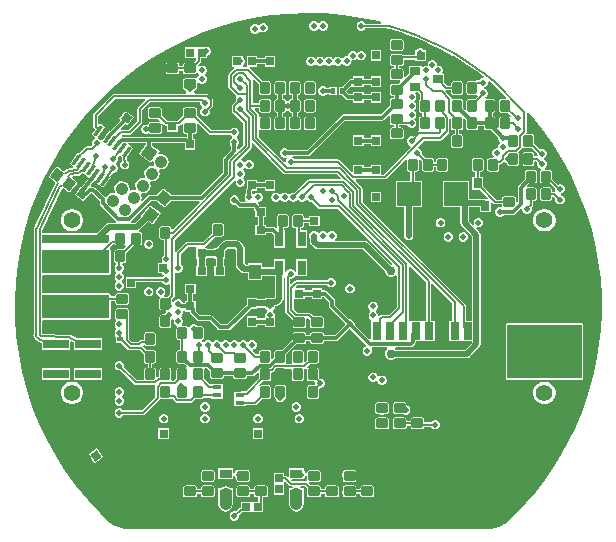
<source format=gbl>
G04*
G04 #@! TF.GenerationSoftware,Altium Limited,Altium Designer,24.4.1 (13)*
G04*
G04 Layer_Physical_Order=4*
G04 Layer_Color=16711680*
%FSLAX44Y44*%
%MOMM*%
G71*
G04*
G04 #@! TF.SameCoordinates,36E66750-E4A1-4D4F-82B0-1BBA9B0B1F2C*
G04*
G04*
G04 #@! TF.FilePolarity,Positive*
G04*
G01*
G75*
%ADD12C,0.2000*%
%ADD13C,0.5000*%
%ADD24R,0.6725X0.7154*%
%ADD28R,0.7154X0.6725*%
G04:AMPARAMS|DCode=35|XSize=0.95mm|YSize=0.8mm|CornerRadius=0.1mm|HoleSize=0mm|Usage=FLASHONLY|Rotation=90.000|XOffset=0mm|YOffset=0mm|HoleType=Round|Shape=RoundedRectangle|*
%AMROUNDEDRECTD35*
21,1,0.9500,0.6000,0,0,90.0*
21,1,0.7500,0.8000,0,0,90.0*
1,1,0.2000,0.3000,0.3750*
1,1,0.2000,0.3000,-0.3750*
1,1,0.2000,-0.3000,-0.3750*
1,1,0.2000,-0.3000,0.3750*
%
%ADD35ROUNDEDRECTD35*%
G04:AMPARAMS|DCode=37|XSize=0.95mm|YSize=0.8mm|CornerRadius=0.1mm|HoleSize=0mm|Usage=FLASHONLY|Rotation=233.000|XOffset=0mm|YOffset=0mm|HoleType=Round|Shape=RoundedRectangle|*
%AMROUNDEDRECTD37*
21,1,0.9500,0.6000,0,0,233.0*
21,1,0.7500,0.8000,0,0,233.0*
1,1,0.2000,-0.4653,-0.1189*
1,1,0.2000,-0.0139,0.4800*
1,1,0.2000,0.4653,0.1189*
1,1,0.2000,0.0139,-0.4800*
%
%ADD37ROUNDEDRECTD37*%
%ADD71C,0.5000*%
%ADD77C,0.3000*%
%ADD78C,1.4000*%
%ADD79C,1.0600*%
%ADD80P,1.4991X4X98.0*%
%ADD81C,0.7500*%
%ADD83C,1.0000*%
%ADD85R,1.0000X0.7000*%
G04:AMPARAMS|DCode=86|XSize=0.9779mm|YSize=0.3048mm|CornerRadius=0mm|HoleSize=0mm|Usage=FLASHONLY|Rotation=233.000|XOffset=0mm|YOffset=0mm|HoleType=Round|Shape=Rectangle|*
%AMROTATEDRECTD86*
4,1,4,0.1725,0.4822,0.4160,0.2988,-0.1725,-0.4822,-0.4160,-0.2988,0.1725,0.4822,0.0*
%
%ADD86ROTATEDRECTD86*%

%ADD87R,0.8000X1.5000*%
%ADD88R,1.4500X2.0000*%
G04:AMPARAMS|DCode=89|XSize=0.95mm|YSize=0.8mm|CornerRadius=0.1mm|HoleSize=0mm|Usage=FLASHONLY|Rotation=180.000|XOffset=0mm|YOffset=0mm|HoleType=Round|Shape=RoundedRectangle|*
%AMROUNDEDRECTD89*
21,1,0.9500,0.6000,0,0,180.0*
21,1,0.7500,0.8000,0,0,180.0*
1,1,0.2000,-0.3750,0.3000*
1,1,0.2000,0.3750,0.3000*
1,1,0.2000,0.3750,-0.3000*
1,1,0.2000,-0.3750,-0.3000*
%
%ADD89ROUNDEDRECTD89*%
%ADD90R,2.0000X2.0000*%
%ADD91R,0.7000X0.9000*%
%ADD92R,0.9000X0.7000*%
G04:AMPARAMS|DCode=93|XSize=0.7154mm|YSize=0.6725mm|CornerRadius=0mm|HoleSize=0mm|Usage=FLASHONLY|Rotation=127.000|XOffset=0mm|YOffset=0mm|HoleType=Round|Shape=Rectangle|*
%AMROTATEDRECTD93*
4,1,4,0.4838,-0.0833,-0.0533,-0.4880,-0.4838,0.0833,0.0533,0.4880,0.4838,-0.0833,0.0*
%
%ADD93ROTATEDRECTD93*%

%ADD94R,0.8000X0.4000*%
%ADD95R,0.4000X0.5000*%
%ADD96P,1.4142X4X98.0*%
G04:AMPARAMS|DCode=97|XSize=0.7154mm|YSize=0.6725mm|CornerRadius=0mm|HoleSize=0mm|Usage=FLASHONLY|Rotation=143.000|XOffset=0mm|YOffset=0mm|HoleType=Round|Shape=Rectangle|*
%AMROTATEDRECTD97*
4,1,4,0.4880,0.0533,0.0833,-0.4838,-0.4880,-0.0533,-0.0833,0.4838,0.4880,0.0533,0.0*
%
%ADD97ROTATEDRECTD97*%

%ADD98R,0.7000X1.3000*%
%ADD99R,1.0121X1.2084*%
%ADD100R,0.4800X0.4000*%
%ADD101R,2.2200X0.7400*%
G36*
X14167Y248179D02*
X29464Y246831D01*
X44650Y244541D01*
X59664Y241317D01*
X61460Y240814D01*
X61287Y239555D01*
X48478D01*
X48391Y239766D01*
X47266Y240891D01*
X45796Y241500D01*
X44204D01*
X42734Y240891D01*
X41609Y239766D01*
X41000Y238296D01*
Y236704D01*
X41609Y235234D01*
X42734Y234109D01*
X44204Y233500D01*
X45796D01*
X47266Y234109D01*
X48391Y235234D01*
X48478Y235445D01*
X66639D01*
X67823Y235363D01*
X67867Y235345D01*
X69025Y235075D01*
X78707Y232008D01*
X79916Y231625D01*
X81031Y231186D01*
X81101Y231158D01*
X81102Y231157D01*
X82312Y230785D01*
X93967Y226290D01*
X95114Y225754D01*
X95122Y225751D01*
X96306Y225304D01*
X107664Y220103D01*
X108775Y219497D01*
X108784Y219494D01*
X109939Y218976D01*
X120956Y213088D01*
X122028Y212414D01*
X122028Y212414D01*
X122378Y212232D01*
X123157Y211823D01*
X133794Y205271D01*
X134820Y204532D01*
X134829Y204528D01*
X135912Y203875D01*
X145089Y197413D01*
X146128Y196681D01*
X147105Y195879D01*
X147114Y195876D01*
X147230Y195893D01*
X148061Y195234D01*
X148641Y194770D01*
X148195Y193500D01*
X147204D01*
X145734Y192891D01*
X144609Y191766D01*
X144522Y191556D01*
X143188D01*
X142402Y191399D01*
X141735Y190954D01*
X141735Y190953D01*
X141587Y190805D01*
X136000D01*
X135213Y190649D01*
X134546Y190203D01*
X134101Y189537D01*
X133945Y188750D01*
Y181250D01*
X134101Y180463D01*
X134546Y179797D01*
X135213Y179351D01*
X136000Y179195D01*
X142000D01*
X142787Y179351D01*
X143286Y178254D01*
X143366Y178023D01*
X141149Y175805D01*
X136000D01*
X135213Y175649D01*
X134546Y175203D01*
X134101Y174537D01*
X133945Y173750D01*
Y166729D01*
X132708Y166170D01*
X131055Y167822D01*
Y173750D01*
X130899Y174537D01*
X130454Y175203D01*
X129787Y175649D01*
X129000Y175805D01*
X123000D01*
X122654Y175737D01*
X122161Y175692D01*
X121274Y176412D01*
X120828Y177079D01*
X120828Y177079D01*
X116073Y181834D01*
X116104Y181978D01*
X116699Y183004D01*
X117000Y182945D01*
X117000Y182945D01*
X120944D01*
Y181250D01*
X121101Y180463D01*
X121546Y179797D01*
X122213Y179351D01*
X123000Y179195D01*
X129000D01*
X129787Y179351D01*
X130454Y179797D01*
X130899Y180463D01*
X131055Y181250D01*
Y188750D01*
X130899Y189537D01*
X130454Y190203D01*
X129787Y190649D01*
X129000Y190805D01*
X123000D01*
X122213Y190649D01*
X121546Y190203D01*
X121101Y189537D01*
X120944Y188750D01*
Y187055D01*
X117851D01*
X115016Y189891D01*
Y197016D01*
X114332D01*
X113620Y198286D01*
X114000Y199204D01*
Y200796D01*
X113391Y202266D01*
X112266Y203391D01*
X110796Y204000D01*
X109204D01*
X109000Y204137D01*
Y205296D01*
X108391Y206766D01*
X107266Y207891D01*
X105796Y208500D01*
X104204D01*
X102734Y207891D01*
X101609Y206766D01*
X101000Y205296D01*
Y204137D01*
X100796Y204000D01*
X99204D01*
X97734Y203391D01*
X97286Y202943D01*
X96016Y203469D01*
Y203516D01*
X84984D01*
Y197248D01*
X84950Y197078D01*
X82076Y194203D01*
X80806Y194729D01*
Y199500D01*
X80649Y200287D01*
X80204Y200954D01*
X79537Y201399D01*
X78750Y201556D01*
X77056D01*
Y203444D01*
X78750D01*
X79537Y203601D01*
X80204Y204046D01*
X80649Y204713D01*
X80806Y205500D01*
Y208944D01*
X90622D01*
Y208122D01*
X99807D01*
Y216878D01*
X98552D01*
X98391Y217266D01*
X97266Y218391D01*
X95796Y219000D01*
X94204D01*
X92734Y218391D01*
X91609Y217266D01*
X91448Y216878D01*
X90622D01*
Y213055D01*
X80051D01*
X79537Y213399D01*
X78750Y213556D01*
X71250D01*
X70463Y213399D01*
X69797Y212953D01*
X69351Y212287D01*
X69194Y211500D01*
Y205500D01*
X69351Y204713D01*
X69797Y204046D01*
X70463Y203601D01*
X71250Y203444D01*
X72944D01*
Y201556D01*
X71250D01*
X70463Y201399D01*
X69797Y200954D01*
X69351Y200287D01*
X69194Y199500D01*
Y193500D01*
X69351Y192713D01*
X69797Y192047D01*
X70463Y191601D01*
X71250Y191444D01*
X77521D01*
X78047Y190175D01*
X76436Y188564D01*
X76430Y188556D01*
X71250D01*
X70463Y188399D01*
X69797Y187953D01*
X69351Y187287D01*
X69194Y186500D01*
Y180500D01*
X69351Y179713D01*
X69797Y179047D01*
X70463Y178601D01*
X71250Y178444D01*
X72435D01*
Y176556D01*
X71250D01*
X70463Y176399D01*
X69797Y175953D01*
X69351Y175287D01*
X69194Y174500D01*
Y170072D01*
X61687Y162565D01*
X30000D01*
X29018Y162370D01*
X28186Y161814D01*
X-1063Y132565D01*
X-16909D01*
X-17734Y133391D01*
X-19204Y134000D01*
X-20796D01*
X-22266Y133391D01*
X-23391Y132266D01*
X-24000Y130796D01*
Y129204D01*
X-23391Y127734D01*
X-22266Y126609D01*
X-20796Y126000D01*
X-19204D01*
X-18775Y126178D01*
X-18056Y125101D01*
X-18391Y124766D01*
X-19000Y123296D01*
Y122703D01*
X-20270Y122177D01*
X-41912Y143819D01*
Y149026D01*
X-41697Y149200D01*
X-40642Y149589D01*
X-40287Y149351D01*
X-39500Y149194D01*
X-33500D01*
X-32713Y149351D01*
X-32046Y149796D01*
X-31601Y150463D01*
X-31444Y151250D01*
Y158750D01*
X-31601Y159537D01*
X-32046Y160203D01*
X-32713Y160649D01*
X-33500Y160805D01*
X-39500D01*
X-40287Y160649D01*
X-40642Y160411D01*
X-41697Y160800D01*
X-41912Y160974D01*
Y162498D01*
X-41912Y162498D01*
X-42069Y163285D01*
X-42515Y163952D01*
X-45334Y166771D01*
X-44848Y167945D01*
X-41556D01*
Y166250D01*
X-41399Y165463D01*
X-40953Y164797D01*
X-40287Y164351D01*
X-39500Y164195D01*
X-33500D01*
X-32713Y164351D01*
X-32046Y164797D01*
X-31601Y165463D01*
X-31444Y166250D01*
Y173750D01*
X-31601Y174537D01*
X-32046Y175203D01*
X-32713Y175649D01*
X-33500Y175805D01*
X-39500D01*
X-40287Y175649D01*
X-40953Y175203D01*
X-41399Y174537D01*
X-41556Y173750D01*
Y172055D01*
X-46944D01*
Y191071D01*
X-47049Y191596D01*
X-46217Y192249D01*
X-46002Y192345D01*
X-41556Y187899D01*
Y181250D01*
X-41399Y180463D01*
X-40953Y179797D01*
X-40287Y179351D01*
X-39500Y179195D01*
X-33500D01*
X-32713Y179351D01*
X-32046Y179797D01*
X-31601Y180463D01*
X-31444Y181250D01*
Y188750D01*
X-31601Y189537D01*
X-32046Y190203D01*
X-32713Y190649D01*
X-33500Y190805D01*
X-38649D01*
X-49695Y201852D01*
X-49630Y202344D01*
X-49251Y203122D01*
X-43122D01*
Y205149D01*
X-36878D01*
Y203122D01*
X-28122D01*
Y212307D01*
X-36878D01*
Y210280D01*
X-43122D01*
Y212307D01*
X-51878D01*
Y203841D01*
X-51878Y203122D01*
X-52920Y202572D01*
X-54222D01*
X-55120Y203618D01*
X-55092Y204251D01*
X-54109Y205234D01*
X-53500Y206704D01*
Y208296D01*
X-54109Y209766D01*
X-55234Y210891D01*
X-55622Y211052D01*
Y212307D01*
X-64378D01*
Y203122D01*
X-62835D01*
X-62456Y202343D01*
X-62392Y201852D01*
X-66969Y197274D01*
X-67415Y196607D01*
X-67572Y195820D01*
X-67572Y195820D01*
Y185945D01*
X-67572Y185945D01*
X-67415Y185158D01*
X-66969Y184492D01*
X-61215Y178738D01*
X-60963Y177951D01*
X-60891Y177266D01*
X-61500Y175796D01*
Y174204D01*
X-61413Y173994D01*
X-63953Y171453D01*
X-64399Y170787D01*
X-64556Y170000D01*
X-64556Y170000D01*
Y165429D01*
X-64556Y165429D01*
X-64399Y164642D01*
X-63953Y163976D01*
X-61989Y162011D01*
X-61823Y161900D01*
X-55072Y155149D01*
Y136835D01*
X-58761Y133146D01*
X-59935Y133632D01*
Y135883D01*
X-59109Y136708D01*
X-58500Y138179D01*
Y139770D01*
X-59109Y141240D01*
X-60234Y142365D01*
X-60680Y142550D01*
Y143925D01*
X-60234Y144109D01*
X-59109Y145234D01*
X-58500Y146704D01*
Y148296D01*
X-59109Y149766D01*
X-60234Y150891D01*
X-61704Y151500D01*
X-63296D01*
X-64766Y150891D01*
X-65891Y149766D01*
X-65978Y149556D01*
X-81899D01*
X-94194Y161851D01*
Y167000D01*
X-94351Y167787D01*
X-94796Y168453D01*
X-95463Y168899D01*
X-96250Y169056D01*
X-103750D01*
X-104537Y168899D01*
X-105204Y168453D01*
X-105649Y167787D01*
X-105806Y167000D01*
Y161851D01*
X-110310Y157347D01*
X-112638D01*
X-112638Y157347D01*
X-112836Y157307D01*
X-117164D01*
X-117362Y157347D01*
X-117362Y157347D01*
X-119690D01*
X-124194Y161851D01*
Y167000D01*
X-124351Y167787D01*
X-124796Y168454D01*
X-125463Y168899D01*
X-126250Y169056D01*
X-133750D01*
X-134537Y168899D01*
X-135204Y168454D01*
X-135649Y167787D01*
X-135806Y167000D01*
Y161000D01*
X-135649Y160213D01*
X-135204Y159546D01*
X-134537Y159101D01*
X-133750Y158945D01*
X-127101D01*
X-125323Y157166D01*
X-125948Y155996D01*
X-126250Y156055D01*
X-133750D01*
X-134537Y155899D01*
X-135204Y155454D01*
X-135649Y154787D01*
X-136704Y154000D01*
X-138296D01*
X-139766Y153391D01*
X-140891Y152266D01*
X-141500Y150796D01*
Y149204D01*
X-140891Y147734D01*
X-139766Y146609D01*
X-138296Y146000D01*
X-136704D01*
X-135243Y146605D01*
X-135204Y146546D01*
X-134537Y146101D01*
X-133750Y145944D01*
X-126250D01*
X-125463Y146101D01*
X-124796Y146546D01*
X-124351Y147213D01*
X-124194Y148000D01*
Y154000D01*
X-124255Y154302D01*
X-123084Y154927D01*
X-121995Y153838D01*
X-121328Y153392D01*
X-120541Y153236D01*
X-119378Y153066D01*
Y148122D01*
X-110622D01*
Y153066D01*
X-109459Y153236D01*
X-108672Y153392D01*
X-108005Y153838D01*
X-106916Y154927D01*
X-105745Y154301D01*
X-105806Y154000D01*
Y148000D01*
X-105649Y147213D01*
X-105204Y146546D01*
X-104537Y146101D01*
X-103750Y145944D01*
X-102840D01*
X-102678Y144675D01*
X-103642Y143707D01*
X-157255D01*
X-157369Y143824D01*
X-157968Y144869D01*
X-157534Y145444D01*
X-151172D01*
X-151172Y145444D01*
X-150385Y145601D01*
X-149718Y146046D01*
X-141046Y154718D01*
X-140601Y155385D01*
X-140444Y156172D01*
X-140444Y156172D01*
Y166649D01*
X-134149Y172945D01*
X-91500D01*
Y171704D01*
X-90891Y170234D01*
X-90230Y169573D01*
X-89907Y168750D01*
X-90230Y167927D01*
X-90891Y167266D01*
X-91500Y165796D01*
Y164204D01*
X-90891Y162734D01*
X-89766Y161609D01*
X-88296Y161000D01*
X-86704D01*
X-85234Y161609D01*
X-84109Y162734D01*
X-83500Y164204D01*
Y165796D01*
X-83587Y166006D01*
X-81047Y168547D01*
X-81046Y168547D01*
X-80601Y169213D01*
X-80444Y170000D01*
Y174571D01*
X-80601Y175358D01*
X-81046Y176024D01*
X-81047Y176024D01*
X-84492Y179470D01*
X-85158Y179915D01*
X-85945Y180072D01*
X-85945Y180072D01*
X-96226D01*
X-96752Y181341D01*
X-96609Y181484D01*
X-96000Y182954D01*
Y183494D01*
X-95463Y183601D01*
X-94796Y184046D01*
X-94351Y184713D01*
X-94194Y185500D01*
Y189242D01*
X-92924Y189768D01*
X-92266Y189109D01*
X-90796Y188500D01*
X-89204D01*
X-87734Y189109D01*
X-86609Y190234D01*
X-86000Y191704D01*
Y193296D01*
X-86609Y194766D01*
X-87270Y195427D01*
X-87593Y196250D01*
X-87270Y197073D01*
X-86609Y197734D01*
X-86000Y199204D01*
Y200796D01*
X-86609Y202266D01*
X-87734Y203391D01*
X-89204Y204000D01*
X-90796D01*
X-92033Y203487D01*
X-92977Y203774D01*
X-93434Y204019D01*
X-93498Y204345D01*
X-91338Y206505D01*
X-90892Y207172D01*
X-90736Y207959D01*
Y210622D01*
X-85622D01*
Y212123D01*
X-84372Y212641D01*
X-83247Y213766D01*
X-82638Y215236D01*
Y216828D01*
X-83247Y218298D01*
X-84372Y219423D01*
X-85842Y220032D01*
X-87433D01*
X-88903Y219423D01*
X-88948Y219378D01*
X-93923D01*
X-94807Y219378D01*
X-96077Y219378D01*
X-104378D01*
Y210622D01*
X-95193Y210622D01*
X-94847Y209495D01*
Y208810D01*
X-97101Y206556D01*
X-103750D01*
X-104537Y206399D01*
X-105204Y205953D01*
X-105649Y205287D01*
X-105806Y204500D01*
Y203556D01*
X-109194D01*
Y204500D01*
X-109351Y205287D01*
X-109796Y205953D01*
X-110463Y206399D01*
X-111250Y206556D01*
X-118750D01*
X-119537Y206399D01*
X-120204Y205953D01*
X-120649Y205287D01*
X-120806Y204500D01*
Y198500D01*
X-120649Y197713D01*
X-120204Y197047D01*
X-119537Y196601D01*
X-118750Y196444D01*
X-111250D01*
X-110463Y196601D01*
X-109796Y197047D01*
X-109351Y197713D01*
X-109194Y198500D01*
Y199445D01*
X-105806D01*
Y198500D01*
X-105649Y197713D01*
X-105204Y197047D01*
X-104537Y196601D01*
X-103750Y196444D01*
X-96250D01*
X-95463Y196601D01*
X-94796Y197047D01*
X-94602Y197338D01*
X-94239Y197457D01*
X-93410Y197518D01*
X-93112Y197455D01*
X-92730Y197073D01*
X-92407Y196250D01*
X-92730Y195427D01*
X-93391Y194766D01*
X-93826Y193716D01*
X-93948Y193620D01*
X-94964Y193276D01*
X-95270Y193270D01*
X-95463Y193399D01*
X-96250Y193556D01*
X-103750D01*
X-104537Y193399D01*
X-105204Y192953D01*
X-105649Y192287D01*
X-105806Y191500D01*
Y185500D01*
X-105649Y184713D01*
X-105204Y184046D01*
X-104537Y183601D01*
X-104000Y183494D01*
Y182954D01*
X-103391Y181484D01*
X-103248Y181341D01*
X-103774Y180072D01*
X-164484D01*
X-164484Y180072D01*
X-165271Y179915D01*
X-165938Y179470D01*
X-181453Y163953D01*
X-181899Y163287D01*
X-182055Y162500D01*
X-182055Y162500D01*
Y152232D01*
X-182055Y152232D01*
X-181899Y151445D01*
X-181453Y150778D01*
X-180297Y149622D01*
X-183279Y145665D01*
X-180494Y143567D01*
X-180679Y142115D01*
X-181286Y141864D01*
X-182411Y140739D01*
X-183020Y139269D01*
Y137677D01*
X-182697Y136896D01*
X-184064Y135528D01*
X-187664D01*
X-187665Y135528D01*
X-188451Y135372D01*
X-189118Y134926D01*
X-189118Y134926D01*
X-194088Y129957D01*
X-194743Y130451D01*
X-201851Y121018D01*
X-198760Y118689D01*
X-199115Y117366D01*
X-202100Y117000D01*
X-202299Y116934D01*
X-203074Y116832D01*
X-204784Y116123D01*
X-206253Y114996D01*
X-206641Y114491D01*
X-206697Y114453D01*
X-207837Y115023D01*
X-211593Y117854D01*
X-212316Y118202D01*
X-213116Y118248D01*
X-213873Y117983D01*
X-214472Y117449D01*
X-218985Y111459D01*
X-219334Y110737D01*
X-219379Y109936D01*
X-219115Y109179D01*
X-218581Y108581D01*
X-214795Y105728D01*
X-214301Y104343D01*
X-214453Y103977D01*
X-214509Y103887D01*
X-214538Y103848D01*
X-231320Y68764D01*
X-231746Y67874D01*
X-231846Y67666D01*
X-231857Y67671D01*
X-231886Y67627D01*
X-232275Y66556D01*
X-232314Y66458D01*
X-232555Y64625D01*
X-232555D01*
X-232534Y64605D01*
X-232571Y-18743D01*
X-232572Y-19988D01*
X-232572Y-19988D01*
X-232630Y-19988D01*
X-232631Y-19990D01*
X-232626Y-20011D01*
X-232572Y-20066D01*
X-232572Y-21258D01*
Y-23860D01*
X-232631D01*
X-232240Y-25824D01*
X-231818Y-26456D01*
X-231746Y-26633D01*
X-231421Y-27132D01*
X-231310Y-27245D01*
X-230515Y-28280D01*
X-229046Y-29407D01*
X-227646Y-29987D01*
X-227577Y-30024D01*
X-225766Y-30581D01*
Y-36466D01*
X-201534D01*
Y-29882D01*
X-200443Y-29231D01*
X-198466Y-30298D01*
Y-36466D01*
X-174234D01*
Y-27034D01*
X-195858D01*
X-200617Y-24467D01*
X-200688Y-24445D01*
X-200977Y-24252D01*
X-202414Y-23966D01*
X-202414Y-23981D01*
X-225370Y-23214D01*
X-225378Y-23185D01*
X-225391Y-23155D01*
X-225445Y-23133D01*
Y-19990D01*
X-225445Y-19990D01*
X-225441Y-12208D01*
X-224724Y-11153D01*
X-224722Y-11150D01*
X-168250D01*
X-167472Y-10828D01*
X-167150Y-10050D01*
Y4444D01*
X-163305D01*
Y3500D01*
X-163149Y2713D01*
X-162703Y2047D01*
X-162037Y1601D01*
X-161250Y1444D01*
X-153750D01*
X-152963Y1601D01*
X-152296Y2047D01*
X-151851Y2713D01*
X-151694Y3500D01*
Y9500D01*
X-151851Y10287D01*
X-152296Y10954D01*
X-152963Y11399D01*
X-153750Y11556D01*
X-161250D01*
X-162037Y11399D01*
X-162703Y10954D01*
X-163149Y10287D01*
X-163305Y9500D01*
Y8555D01*
X-167150D01*
Y10050D01*
X-167472Y10828D01*
X-168250Y11150D01*
X-224533D01*
X-225430Y12048D01*
X-225424Y25892D01*
X-224707Y26948D01*
X-224705Y26950D01*
X-168250D01*
X-167472Y27272D01*
X-167150Y28050D01*
Y48150D01*
X-167472Y48928D01*
X-167521Y50322D01*
X-165149Y52695D01*
X-163719D01*
X-163454Y52297D01*
X-162787Y51851D01*
X-162000Y51694D01*
X-156000D01*
X-155213Y51851D01*
X-154878Y52075D01*
X-154068Y51089D01*
X-156851Y48306D01*
X-162000D01*
X-162787Y48149D01*
X-163454Y47703D01*
X-163899Y47037D01*
X-164056Y46250D01*
Y38750D01*
X-163899Y37963D01*
X-163454Y37297D01*
X-162894Y36923D01*
X-162866Y36876D01*
X-162722Y36302D01*
X-162632Y35525D01*
X-163391Y34766D01*
X-164000Y33296D01*
Y31704D01*
X-163391Y30234D01*
X-162730Y29573D01*
X-162407Y28750D01*
X-162730Y27927D01*
X-163391Y27266D01*
X-164000Y25796D01*
Y24204D01*
X-163391Y22734D01*
X-162730Y22073D01*
X-162407Y21250D01*
X-162730Y20427D01*
X-163391Y19766D01*
X-164000Y18296D01*
Y16704D01*
X-163391Y15234D01*
X-162266Y14109D01*
X-160796Y13500D01*
X-159204D01*
X-157734Y14109D01*
X-156609Y15234D01*
X-156000Y16704D01*
Y18296D01*
X-156609Y19766D01*
X-157270Y20427D01*
X-157593Y21250D01*
X-157270Y22073D01*
X-156609Y22734D01*
X-156000Y24204D01*
Y25796D01*
X-156609Y27266D01*
X-157270Y27927D01*
X-157593Y28750D01*
X-157270Y29573D01*
X-156609Y30234D01*
X-156000Y31704D01*
Y33296D01*
X-156609Y34766D01*
X-157268Y35424D01*
X-156742Y36695D01*
X-156000D01*
X-155213Y36851D01*
X-154547Y37297D01*
X-154101Y37963D01*
X-153945Y38750D01*
Y45399D01*
X-147649Y51694D01*
X-143000D01*
X-142213Y51851D01*
X-141547Y52297D01*
X-141101Y52963D01*
X-140944Y53750D01*
Y61250D01*
X-141101Y62037D01*
X-141547Y62703D01*
X-142213Y63149D01*
X-142623Y63231D01*
X-142948Y64302D01*
X-142936Y64549D01*
X-142313Y64965D01*
X-135244Y72034D01*
X-131732Y69387D01*
X-124491Y78996D01*
X-134100Y86237D01*
X-141341Y76628D01*
Y76628D01*
X-141305Y76112D01*
X-146333Y71085D01*
X-149837D01*
X-150222Y72355D01*
X-150092Y72442D01*
X-132911Y89622D01*
X-128676D01*
X-120900Y83763D01*
X-116484Y89622D01*
X-92081D01*
X-91554Y88352D01*
X-114675Y65232D01*
X-115944Y65759D01*
Y66250D01*
X-116101Y67037D01*
X-116546Y67703D01*
X-117213Y68149D01*
X-118000Y68306D01*
X-124000D01*
X-124787Y68149D01*
X-125453Y67703D01*
X-125899Y67037D01*
X-126055Y66250D01*
Y58750D01*
X-125899Y57963D01*
X-125453Y57297D01*
X-124787Y56851D01*
X-124000Y56694D01*
X-122072D01*
Y43478D01*
X-122282Y43391D01*
X-123407Y42266D01*
X-124016Y40796D01*
Y39204D01*
X-123579Y38148D01*
X-124211Y36878D01*
X-127307D01*
Y28122D01*
X-123567D01*
X-123407Y27734D01*
X-122741Y27069D01*
X-122415Y26260D01*
X-122735Y25422D01*
X-123391Y24766D01*
X-123478Y24555D01*
X-145622D01*
Y24807D01*
X-154378D01*
Y15622D01*
X-145622D01*
Y20445D01*
X-123478D01*
X-123391Y20234D01*
X-122266Y19109D01*
X-120796Y18500D01*
X-119204D01*
X-118326Y18864D01*
X-117056Y18128D01*
Y10101D01*
X-118575Y8582D01*
X-118760Y8306D01*
X-121742D01*
X-122268Y9575D01*
X-121609Y10234D01*
X-121000Y11704D01*
Y13296D01*
X-121609Y14766D01*
X-122734Y15891D01*
X-124204Y16500D01*
X-125796D01*
X-127266Y15891D01*
X-128391Y14766D01*
X-129000Y13296D01*
Y11704D01*
X-128391Y10234D01*
X-127266Y9109D01*
X-126216Y8674D01*
X-126120Y8551D01*
X-125776Y7536D01*
X-125770Y7230D01*
X-125899Y7037D01*
X-126055Y6250D01*
Y-1250D01*
X-125899Y-2037D01*
X-125453Y-2704D01*
X-124787Y-3149D01*
X-124000Y-3305D01*
X-120758D01*
X-120232Y-4575D01*
X-120891Y-5234D01*
X-121496Y-6694D01*
X-124000D01*
X-124787Y-6851D01*
X-125453Y-7297D01*
X-125899Y-7963D01*
X-126055Y-8750D01*
Y-16250D01*
X-125899Y-17037D01*
X-125453Y-17703D01*
X-124787Y-18149D01*
X-124000Y-18305D01*
X-118000D01*
X-117213Y-18149D01*
X-116546Y-17703D01*
X-116101Y-17037D01*
X-115944Y-16250D01*
Y-11185D01*
X-115234Y-10891D01*
X-114926Y-10583D01*
X-113849Y-11302D01*
X-114016Y-11704D01*
Y-13296D01*
X-113407Y-14766D01*
X-112282Y-15891D01*
X-111574Y-16184D01*
X-111427Y-16448D01*
X-111205Y-17673D01*
X-111399Y-17963D01*
X-111556Y-18750D01*
Y-26250D01*
X-111399Y-27037D01*
X-110954Y-27703D01*
X-110287Y-28149D01*
X-109500Y-28305D01*
X-108555D01*
Y-36695D01*
X-109500D01*
X-110287Y-36851D01*
X-110954Y-37297D01*
X-111399Y-37963D01*
X-111556Y-38750D01*
Y-46250D01*
X-111399Y-47037D01*
X-110954Y-47703D01*
X-110287Y-48149D01*
X-109500Y-48306D01*
X-105072D01*
X-102849Y-50529D01*
X-103474Y-51700D01*
X-103500Y-51694D01*
X-109500D01*
X-110287Y-51851D01*
X-110954Y-52297D01*
X-111399Y-52963D01*
X-111556Y-53750D01*
Y-60399D01*
X-114006Y-62849D01*
X-115117D01*
X-115351Y-62655D01*
X-116010Y-61579D01*
X-115944Y-61250D01*
Y-53750D01*
X-116101Y-52963D01*
X-116547Y-52297D01*
X-117213Y-51851D01*
X-118000Y-51694D01*
X-124000D01*
X-124787Y-51851D01*
X-125454Y-52297D01*
X-125899Y-52963D01*
X-126055Y-53750D01*
Y-58237D01*
X-126735Y-59194D01*
X-127521Y-59351D01*
X-127675Y-59453D01*
X-128945Y-58816D01*
Y-53750D01*
X-129101Y-52963D01*
X-129547Y-52297D01*
X-130213Y-51851D01*
X-131000Y-51694D01*
X-131945D01*
Y-48306D01*
X-131000D01*
X-130213Y-48149D01*
X-129546Y-47703D01*
X-129101Y-47037D01*
X-128945Y-46250D01*
Y-38750D01*
X-129101Y-37963D01*
X-129546Y-37297D01*
X-130213Y-36851D01*
X-131000Y-36695D01*
X-136899D01*
X-139497Y-34096D01*
X-139030Y-32767D01*
X-138453Y-32703D01*
X-137787Y-33149D01*
X-137000Y-33305D01*
X-131000D01*
X-130213Y-33149D01*
X-129547Y-32703D01*
X-129101Y-32037D01*
X-128945Y-31250D01*
Y-23750D01*
X-129101Y-22963D01*
X-129547Y-22297D01*
X-130213Y-21851D01*
X-131000Y-21695D01*
X-137000D01*
X-137787Y-21851D01*
X-138454Y-22297D01*
X-138899Y-22963D01*
X-139056Y-23750D01*
Y-28194D01*
X-141399D01*
X-141399Y-28194D01*
X-142185Y-28351D01*
X-142852Y-28797D01*
X-142852Y-28797D01*
X-143984Y-29929D01*
X-149099D01*
X-151694Y-27333D01*
Y-9500D01*
Y-3500D01*
X-151851Y-2713D01*
X-152296Y-2046D01*
X-152963Y-1601D01*
X-153750Y-1444D01*
X-161250D01*
X-162037Y-1601D01*
X-162703Y-2046D01*
X-163149Y-2713D01*
X-163305Y-3500D01*
Y-5165D01*
X-163375Y-5234D01*
X-163984Y-6704D01*
Y-8296D01*
X-163375Y-9766D01*
X-163222Y-9919D01*
X-163149Y-10287D01*
X-162703Y-10953D01*
X-162954Y-12313D01*
X-163375Y-12734D01*
X-163984Y-14204D01*
Y-15796D01*
X-163375Y-17266D01*
X-162719Y-17922D01*
X-162399Y-18760D01*
X-162726Y-19569D01*
X-163391Y-20234D01*
X-164000Y-21704D01*
Y-23296D01*
X-163391Y-24766D01*
X-162516Y-25641D01*
Y-30516D01*
X-158591D01*
X-152654Y-36453D01*
X-152654Y-36453D01*
X-151987Y-36899D01*
X-151200Y-37055D01*
X-142351D01*
X-139056Y-40351D01*
Y-46250D01*
X-138899Y-47037D01*
X-138453Y-47703D01*
X-137787Y-48149D01*
X-137000Y-48306D01*
X-136055D01*
Y-51694D01*
X-137000D01*
X-137787Y-51851D01*
X-138454Y-52297D01*
X-138899Y-52963D01*
X-139056Y-53750D01*
Y-61250D01*
X-140159Y-62210D01*
X-144883D01*
X-156087Y-51006D01*
X-156000Y-50796D01*
Y-49204D01*
X-156609Y-47734D01*
X-157734Y-46609D01*
X-159204Y-46000D01*
X-160796D01*
X-162266Y-46609D01*
X-163391Y-47734D01*
X-164000Y-49204D01*
Y-50796D01*
X-163391Y-52266D01*
X-162266Y-53391D01*
X-160796Y-54000D01*
X-159204D01*
X-158994Y-53913D01*
X-147188Y-65719D01*
X-147188Y-65719D01*
X-146521Y-66165D01*
X-145734Y-66322D01*
X-145734Y-66322D01*
X-130341D01*
X-129921Y-66712D01*
X-129515Y-67368D01*
X-129471Y-67561D01*
X-129556Y-67985D01*
X-129556Y-67985D01*
Y-76649D01*
X-140851Y-87944D01*
X-156522D01*
X-156609Y-87734D01*
X-157734Y-86609D01*
X-159204Y-86000D01*
X-160796D01*
X-162266Y-86609D01*
X-163391Y-87734D01*
X-164000Y-89204D01*
Y-90796D01*
X-163391Y-92266D01*
X-162266Y-93391D01*
X-160796Y-94000D01*
X-159204D01*
X-157734Y-93391D01*
X-156609Y-92266D01*
X-156522Y-92056D01*
X-140000D01*
X-140000Y-92056D01*
X-139213Y-91899D01*
X-138546Y-91454D01*
X-126047Y-78953D01*
X-126046Y-78953D01*
X-125601Y-78287D01*
X-124787Y-78149D01*
X-124000Y-78306D01*
X-118000D01*
X-117213Y-78149D01*
X-117096Y-78071D01*
X-114851D01*
X-112203Y-80719D01*
X-111536Y-81165D01*
X-110749Y-81321D01*
X-110749Y-81321D01*
X-99516D01*
X-99516Y-81321D01*
X-98729Y-81165D01*
X-98062Y-80719D01*
X-95649Y-78306D01*
X-90500D01*
X-89713Y-78149D01*
X-89046Y-77703D01*
X-88614Y-77056D01*
X-82016D01*
Y-78016D01*
X-71984D01*
Y-72786D01*
X-71984Y-71984D01*
X-71984Y-70714D01*
Y-65484D01*
X-82016D01*
Y-65484D01*
X-83286Y-65557D01*
X-88444Y-60399D01*
Y-53750D01*
X-88474Y-53601D01*
X-87612Y-52331D01*
X-86047D01*
X-83306Y-55072D01*
Y-59500D01*
X-83149Y-60287D01*
X-82704Y-60953D01*
X-82037Y-61399D01*
X-81250Y-61556D01*
X-73750D01*
X-72963Y-61399D01*
X-72297Y-60953D01*
X-71851Y-60287D01*
X-71694Y-59500D01*
Y-59065D01*
X-63306D01*
Y-59500D01*
X-63149Y-60287D01*
X-62703Y-60953D01*
X-62037Y-61399D01*
X-61250Y-61556D01*
X-53750D01*
X-52963Y-61399D01*
X-52297Y-60953D01*
X-51851Y-60287D01*
X-51694Y-59500D01*
Y-59065D01*
X-47222D01*
X-46241Y-58870D01*
X-45408Y-58314D01*
X-42729Y-55634D01*
X-41556Y-56120D01*
Y-60399D01*
X-53101Y-71944D01*
X-57000D01*
X-57000Y-71944D01*
X-57199Y-71984D01*
X-63016D01*
Y-77214D01*
X-63016Y-78016D01*
X-63016Y-79286D01*
Y-84516D01*
X-52984D01*
Y-83555D01*
X-44750D01*
X-44750Y-83555D01*
X-43963Y-83399D01*
X-43296Y-82954D01*
X-38649Y-78306D01*
X-33500D01*
X-32713Y-78149D01*
X-32046Y-77703D01*
X-31601Y-77037D01*
X-31444Y-76250D01*
Y-68750D01*
X-31601Y-67963D01*
X-32046Y-67297D01*
X-32713Y-66851D01*
X-33500Y-66694D01*
X-39500D01*
X-40287Y-66851D01*
X-40622Y-67075D01*
X-41432Y-66089D01*
X-38649Y-63306D01*
X-33500D01*
X-32713Y-63149D01*
X-32046Y-62703D01*
X-31601Y-62037D01*
X-31444Y-61250D01*
Y-56763D01*
X-30765Y-55806D01*
X-29979Y-55649D01*
X-29312Y-55203D01*
X-26898Y-52790D01*
X-15159D01*
X-14056Y-53750D01*
Y-61250D01*
X-13899Y-62037D01*
X-13453Y-62703D01*
X-12787Y-63149D01*
X-12000Y-63306D01*
X-6000D01*
X-5213Y-63149D01*
X-4547Y-62703D01*
X-4101Y-62037D01*
X-3945Y-61250D01*
Y-53893D01*
X-3495Y-52816D01*
X-2960Y-52685D01*
X-2697Y-52633D01*
X-2031Y-52188D01*
X-1661Y-51818D01*
X-1498Y-51952D01*
X-899Y-52963D01*
X-904Y-52988D01*
X-1055Y-53750D01*
Y-61250D01*
X-899Y-62037D01*
X-453Y-62703D01*
X213Y-63149D01*
X1000Y-63306D01*
X4998D01*
X6000Y-64204D01*
Y-65796D01*
X4998Y-66694D01*
X1000D01*
X213Y-66851D01*
X-454Y-67297D01*
X-899Y-67963D01*
X-1055Y-68750D01*
Y-76250D01*
X-899Y-77037D01*
X-454Y-77703D01*
X213Y-78149D01*
X1000Y-78306D01*
X7000D01*
X7787Y-78149D01*
X8454Y-77703D01*
X8899Y-77037D01*
X9056Y-76250D01*
Y-69601D01*
X9657Y-69000D01*
X10796D01*
X12266Y-68391D01*
X13391Y-67266D01*
X14000Y-65796D01*
Y-64204D01*
X13391Y-62734D01*
X12266Y-61609D01*
X10796Y-61000D01*
X9657D01*
X9056Y-60399D01*
Y-53750D01*
X8899Y-52963D01*
X8454Y-52297D01*
X7787Y-51851D01*
X7000Y-51694D01*
X1000D01*
X238Y-51846D01*
X213Y-51851D01*
X-798Y-51252D01*
X-932Y-51089D01*
X1851Y-48306D01*
X7000D01*
X7787Y-48149D01*
X8454Y-47703D01*
X8899Y-47037D01*
X9056Y-46250D01*
Y-38750D01*
X8899Y-37963D01*
X8454Y-37297D01*
X7787Y-36851D01*
X7000Y-36695D01*
X1000D01*
X213Y-36851D01*
X-453Y-37297D01*
X-899Y-37963D01*
X-1055Y-38750D01*
Y-45399D01*
X-2834Y-47177D01*
X-4004Y-46551D01*
X-3945Y-46250D01*
Y-38750D01*
X-4101Y-37963D01*
X-4547Y-37297D01*
X-5213Y-36851D01*
X-6000Y-36695D01*
X-12000D01*
X-12787Y-36851D01*
X-13453Y-37297D01*
X-13899Y-37963D01*
X-14056Y-38750D01*
Y-46250D01*
X-13899Y-47037D01*
X-13650Y-47408D01*
X-14015Y-48424D01*
X-14213Y-48678D01*
X-18287D01*
X-18485Y-48424D01*
X-18849Y-47408D01*
X-18601Y-47037D01*
X-18444Y-46250D01*
Y-40322D01*
X-9678Y-31556D01*
X-3750D01*
X-2963Y-31399D01*
X-2297Y-30954D01*
X-1851Y-30287D01*
X-1694Y-29500D01*
Y-29065D01*
X1694D01*
Y-29500D01*
X1851Y-30287D01*
X2297Y-30954D01*
X2963Y-31399D01*
X3750Y-31556D01*
X11250D01*
X12037Y-31399D01*
X12703Y-30954D01*
X13149Y-30287D01*
X13305Y-29500D01*
Y-29065D01*
X23714D01*
X24696Y-28870D01*
X25528Y-28314D01*
X34842Y-19000D01*
X35587D01*
X48913Y-32327D01*
X48563Y-33772D01*
X47750Y-34109D01*
X46625Y-35234D01*
X46016Y-36704D01*
Y-38296D01*
X46625Y-39766D01*
X47750Y-40891D01*
X49220Y-41500D01*
X50812D01*
X52282Y-40891D01*
X53407Y-39766D01*
X54016Y-38296D01*
Y-36704D01*
X53656Y-35835D01*
X54398Y-34565D01*
X66684D01*
X67022Y-35409D01*
X67065Y-35835D01*
X65744Y-37156D01*
X64980Y-39001D01*
Y-40999D01*
X65744Y-42844D01*
X67156Y-44256D01*
X69001Y-45020D01*
X70999D01*
X72844Y-44256D01*
X73514Y-43585D01*
X134571D01*
X135943Y-43312D01*
X137106Y-42535D01*
X145001Y-34640D01*
X145778Y-33477D01*
X146051Y-32105D01*
Y60534D01*
X145778Y61906D01*
X145001Y63069D01*
X141930Y66140D01*
X142649Y67217D01*
X143172Y67000D01*
X144764D01*
X146234Y67609D01*
X147359Y68734D01*
X147968Y70204D01*
Y71796D01*
X147359Y73266D01*
X146234Y74391D01*
X144764Y75000D01*
X143172D01*
X141702Y74391D01*
X140577Y73266D01*
X139968Y71796D01*
Y70204D01*
X140185Y69681D01*
X139108Y68962D01*
X136085Y71985D01*
Y83915D01*
X145484D01*
Y79984D01*
X154516D01*
Y87918D01*
X155689Y88404D01*
X157046Y87046D01*
X157713Y86601D01*
X158500Y86445D01*
X158500Y86445D01*
X164195D01*
Y85500D01*
X164302Y84958D01*
X163789Y84330D01*
X163302Y83997D01*
X163296Y84000D01*
X161704D01*
X160234Y83391D01*
X159109Y82266D01*
X158500Y80796D01*
Y79204D01*
X159109Y77734D01*
X160234Y76609D01*
X161704Y76000D01*
X163296D01*
X164766Y76609D01*
X165592Y77435D01*
X173222D01*
X174204Y77630D01*
X175036Y78186D01*
X180112Y83262D01*
X180173Y83249D01*
X181285Y82639D01*
Y81419D01*
X181894Y79949D01*
X183020Y78823D01*
X184490Y78215D01*
X186081D01*
X187551Y78823D01*
X188676Y79949D01*
X189286Y81419D01*
Y83010D01*
X188961Y83794D01*
X189953Y84787D01*
X189953Y84787D01*
X190399Y85454D01*
X190555Y86241D01*
X190555Y86241D01*
Y89194D01*
X191500D01*
X192287Y89351D01*
X192953Y89796D01*
X193399Y90463D01*
X193556Y91250D01*
Y98750D01*
X193399Y99537D01*
X192953Y100204D01*
X192287Y100649D01*
X191500Y100806D01*
X185500D01*
X185474Y100800D01*
X184849Y101971D01*
X187072Y104194D01*
X191500D01*
X192287Y104351D01*
X192953Y104796D01*
X193399Y105463D01*
X193556Y106250D01*
Y113750D01*
X193399Y114537D01*
X192953Y115204D01*
X192287Y115649D01*
X191500Y115806D01*
X185500D01*
X184713Y115649D01*
X184046Y115204D01*
X183601Y114537D01*
X183444Y113750D01*
Y107822D01*
X177989Y102367D01*
X177432Y101534D01*
X177237Y100553D01*
Y88652D01*
X177076Y88544D01*
X175805Y89223D01*
Y91500D01*
X175649Y92287D01*
X175203Y92953D01*
X174537Y93399D01*
X173750Y93555D01*
X166250D01*
X165463Y93399D01*
X164797Y92953D01*
X164351Y92287D01*
X164195Y91500D01*
Y90555D01*
X159351D01*
X148016Y101891D01*
Y110016D01*
X145555D01*
Y114194D01*
X146500D01*
X147287Y114351D01*
X147954Y114796D01*
X148399Y115463D01*
X148555Y116250D01*
Y123750D01*
X148399Y124537D01*
X147954Y125204D01*
X147287Y125649D01*
X146500Y125806D01*
X140500D01*
X139713Y125649D01*
X139046Y125204D01*
X138601Y124537D01*
X138444Y123750D01*
Y116250D01*
X138601Y115463D01*
X139046Y114796D01*
X139713Y114351D01*
X140500Y114194D01*
X141445D01*
Y110016D01*
X138984D01*
Y98984D01*
X145109D01*
X151904Y92189D01*
X151418Y91016D01*
X149346D01*
X149000Y91085D01*
X136016D01*
Y106016D01*
X113984D01*
Y83984D01*
X128915D01*
Y70500D01*
X129188Y69128D01*
X129965Y67965D01*
X138881Y59049D01*
Y-11984D01*
X134005D01*
Y50D01*
X134005Y50D01*
X133849Y837D01*
X133404Y1504D01*
X46055Y88851D01*
Y99703D01*
X45899Y100490D01*
X45454Y101157D01*
X45453Y101157D01*
X40217Y106393D01*
X40703Y107566D01*
X64622D01*
X64622Y107566D01*
X65408Y107723D01*
X66075Y108168D01*
X82272Y124365D01*
X83426Y123760D01*
X83444Y123742D01*
Y116250D01*
X83601Y115463D01*
X84046Y114796D01*
X84713Y114351D01*
X85500Y114194D01*
X86445D01*
Y106016D01*
X73984D01*
Y83984D01*
X81415D01*
Y61798D01*
X81000Y60796D01*
Y59204D01*
X81609Y57734D01*
X82734Y56609D01*
X84204Y56000D01*
X85796D01*
X87266Y56609D01*
X88391Y57734D01*
X89000Y59204D01*
Y60796D01*
X88585Y61798D01*
Y83984D01*
X96016D01*
Y106016D01*
X90555D01*
Y114194D01*
X91500D01*
X92287Y114351D01*
X92954Y114796D01*
X93399Y115463D01*
X93555Y116250D01*
Y123750D01*
X93496Y124052D01*
X94666Y124677D01*
X96445Y122899D01*
Y116250D01*
X96601Y115463D01*
X97046Y114796D01*
X97713Y114351D01*
X98500Y114194D01*
X104500D01*
X105287Y114351D01*
X105954Y114796D01*
X106399Y115463D01*
X106556Y116250D01*
Y117944D01*
X108444D01*
Y116250D01*
X108601Y115463D01*
X109046Y114796D01*
X109713Y114351D01*
X110500Y114194D01*
X116500D01*
X117287Y114351D01*
X117954Y114796D01*
X118399Y115463D01*
X118555Y116250D01*
Y123750D01*
X118399Y124537D01*
X117954Y125204D01*
X117287Y125649D01*
X116500Y125806D01*
X110500D01*
X109713Y125649D01*
X109046Y125204D01*
X108601Y124537D01*
X108444Y123750D01*
Y122056D01*
X106556D01*
Y123750D01*
X106399Y124537D01*
X105954Y125204D01*
X105287Y125649D01*
X104500Y125806D01*
X99351D01*
X96340Y128817D01*
X96500Y129204D01*
Y130796D01*
X95891Y132266D01*
X94766Y133391D01*
X93584Y133881D01*
X93080Y135173D01*
X98351Y140444D01*
X111765D01*
X111765Y140444D01*
X112552Y140601D01*
X113219Y141046D01*
X118969Y146797D01*
X118969Y146797D01*
X119415Y147464D01*
X119572Y148251D01*
Y158754D01*
X119859Y158975D01*
X120842Y159254D01*
X120999Y159024D01*
X120944Y158750D01*
Y151250D01*
X121101Y150463D01*
X121546Y149796D01*
X122213Y149351D01*
X123000Y149194D01*
X123945D01*
Y145806D01*
X123000D01*
X122213Y145649D01*
X121546Y145204D01*
X121101Y144537D01*
X120944Y143750D01*
Y136250D01*
X121101Y135463D01*
X121546Y134796D01*
X122213Y134351D01*
X123000Y134194D01*
X129000D01*
X129787Y134351D01*
X130454Y134796D01*
X130899Y135463D01*
X131055Y136250D01*
Y143750D01*
X130899Y144537D01*
X130454Y145204D01*
X129787Y145649D01*
X129000Y145806D01*
X128055D01*
Y149194D01*
X129000D01*
X129787Y149351D01*
X130453Y149796D01*
X130899Y150463D01*
X131055Y151250D01*
Y158750D01*
X131050Y158776D01*
X132221Y159401D01*
X133945Y157678D01*
Y151250D01*
X134101Y150463D01*
X134546Y149796D01*
X135213Y149351D01*
X136000Y149194D01*
X142000D01*
X142787Y149351D01*
X143453Y149796D01*
X143899Y150463D01*
X144056Y151250D01*
Y152435D01*
X148444D01*
Y151250D01*
X148601Y150463D01*
X149047Y149796D01*
X149713Y149351D01*
X150500Y149194D01*
X154928D01*
X161000Y143122D01*
Y141954D01*
X161609Y140484D01*
X162447Y139647D01*
X162623Y138875D01*
X162447Y138104D01*
X161609Y137266D01*
X161000Y135796D01*
Y135173D01*
X160826Y134174D01*
X159827Y134000D01*
X159204D01*
X157734Y133391D01*
X156609Y132266D01*
X156000Y130796D01*
Y129204D01*
X156609Y127734D01*
X157268Y127076D01*
X156742Y125806D01*
X153500D01*
X152713Y125649D01*
X152046Y125204D01*
X151601Y124537D01*
X151445Y123750D01*
Y116250D01*
X151601Y115463D01*
X152046Y114796D01*
X152713Y114351D01*
X153500Y114194D01*
X159500D01*
X160287Y114351D01*
X160953Y114796D01*
X161399Y115463D01*
X161556Y116250D01*
Y119378D01*
X162328Y120273D01*
X163115Y120429D01*
X163782Y120875D01*
X165045Y122138D01*
X165094Y122166D01*
X166773Y122070D01*
X167234Y121609D01*
X168475Y121095D01*
X168601Y120463D01*
X169047Y119796D01*
X169713Y119351D01*
X170500Y119194D01*
X176500D01*
X177287Y119351D01*
X177953Y119796D01*
X178399Y120463D01*
X178556Y121250D01*
Y128750D01*
X178399Y129537D01*
X177953Y130203D01*
X177924Y130502D01*
X180970Y133547D01*
X181227Y133933D01*
X181508Y134229D01*
X182243Y134349D01*
X182713Y134351D01*
X183500Y134194D01*
X189399D01*
X194000Y129593D01*
Y128704D01*
X194205Y128210D01*
X193769Y127495D01*
X193308Y127056D01*
X191556D01*
Y128750D01*
X191399Y129537D01*
X190954Y130204D01*
X190287Y130649D01*
X189500Y130806D01*
X183500D01*
X182713Y130649D01*
X182047Y130204D01*
X181601Y129537D01*
X181444Y128750D01*
Y121250D01*
X181601Y120463D01*
X182047Y119796D01*
X182713Y119351D01*
X183500Y119194D01*
X189500D01*
X190287Y119351D01*
X190954Y119796D01*
X191399Y120463D01*
X191556Y121250D01*
Y122517D01*
X192826Y122768D01*
X194087Y121506D01*
X194000Y121296D01*
Y119704D01*
X194609Y118234D01*
X195734Y117109D01*
X196894Y116629D01*
X197153Y115627D01*
X197132Y115260D01*
X197047Y115204D01*
X196601Y114537D01*
X196444Y113750D01*
Y106250D01*
X196601Y105463D01*
X197047Y104796D01*
X197713Y104351D01*
X198500Y104194D01*
X204398D01*
X209000Y99593D01*
Y98704D01*
X209205Y98210D01*
X208769Y97495D01*
X208308Y97056D01*
X206556D01*
Y98750D01*
X206399Y99537D01*
X205954Y100204D01*
X205287Y100649D01*
X204500Y100806D01*
X198500D01*
X197713Y100649D01*
X197047Y100204D01*
X196601Y99537D01*
X196444Y98750D01*
Y91250D01*
X196601Y90463D01*
X197047Y89796D01*
X197713Y89351D01*
X198500Y89194D01*
X204500D01*
X205287Y89351D01*
X205954Y89796D01*
X206399Y90463D01*
X206556Y91250D01*
Y92517D01*
X207826Y92768D01*
X209087Y91506D01*
X209000Y91296D01*
Y89704D01*
X209609Y88234D01*
X210734Y87109D01*
X212204Y86500D01*
X213796D01*
X215266Y87109D01*
X216391Y88234D01*
X217000Y89704D01*
Y91296D01*
X216391Y92766D01*
X215266Y93891D01*
X214214Y94327D01*
Y95673D01*
X215266Y96109D01*
X216391Y97234D01*
X217000Y98704D01*
Y100296D01*
X216391Y101766D01*
X215266Y102891D01*
X213796Y103500D01*
X212204D01*
X211287Y103120D01*
X206703Y107704D01*
X206556Y107802D01*
Y113750D01*
X206399Y114537D01*
X205954Y115204D01*
X205287Y115649D01*
X204500Y115806D01*
X200438D01*
X200185Y117076D01*
X200266Y117109D01*
X201391Y118234D01*
X202000Y119704D01*
Y121296D01*
X201391Y122766D01*
X200266Y123891D01*
X199214Y124327D01*
Y125673D01*
X200266Y126109D01*
X201391Y127234D01*
X202000Y128704D01*
Y130296D01*
X201391Y131766D01*
X200266Y132891D01*
X198796Y133500D01*
X197204D01*
X196287Y133120D01*
X191703Y137704D01*
X191556Y137802D01*
Y143750D01*
X191399Y144537D01*
X190954Y145204D01*
X190287Y145649D01*
X189500Y145806D01*
X185456D01*
X184807Y147076D01*
X184899Y147213D01*
X185056Y148000D01*
Y163940D01*
X186325Y164434D01*
X188427Y162138D01*
X198079Y150194D01*
X206975Y137676D01*
X215082Y124634D01*
X222367Y111115D01*
X228804Y97172D01*
X234368Y82859D01*
X239037Y68229D01*
X242793Y53339D01*
X245624Y38245D01*
X247516Y23006D01*
X248465Y7678D01*
Y0D01*
Y-6297D01*
X247827Y-18876D01*
X246552Y-31405D01*
X244645Y-43855D01*
X242109Y-56192D01*
X238952Y-68384D01*
X235181Y-80401D01*
X230806Y-92211D01*
X225839Y-103785D01*
X220292Y-115091D01*
X214179Y-126103D01*
X207515Y-136791D01*
X200320Y-147127D01*
X192610Y-157086D01*
X184405Y-166641D01*
X175727Y-175769D01*
X171162Y-180107D01*
X171152Y-180121D01*
X171137Y-180131D01*
X170081Y-181168D01*
X167919Y-182933D01*
X165599Y-184475D01*
X163140Y-185784D01*
X160564Y-186846D01*
X157898Y-187651D01*
X155165Y-188193D01*
X152393Y-188465D01*
X-152370D01*
X-155097Y-188202D01*
X-157786Y-187678D01*
X-160413Y-186898D01*
X-162952Y-185870D01*
X-165381Y-184603D01*
X-167677Y-183109D01*
X-169819Y-181400D01*
X-170803Y-180447D01*
X-170813Y-180441D01*
X-170819Y-180431D01*
X-176395Y-175152D01*
X-186874Y-163926D01*
X-196639Y-152075D01*
X-205654Y-139642D01*
X-213885Y-126677D01*
X-221298Y-113229D01*
X-227868Y-99348D01*
X-233567Y-85088D01*
X-238376Y-70504D01*
X-242274Y-55650D01*
X-245248Y-40584D01*
X-247286Y-25363D01*
X-248380Y-10045D01*
X-248527Y5311D01*
X-247724Y20646D01*
X-245977Y35903D01*
X-243291Y51023D01*
X-239676Y65948D01*
X-235146Y80622D01*
X-229720Y94988D01*
X-223416Y108991D01*
X-216260Y122578D01*
X-208278Y135698D01*
X-199502Y148299D01*
X-189964Y160335D01*
X-179701Y171759D01*
X-168752Y182527D01*
X-157160Y192599D01*
X-144968Y201936D01*
X-132222Y210502D01*
X-118972Y218265D01*
X-105268Y225194D01*
X-91161Y231265D01*
X-76708Y236452D01*
X-61961Y240738D01*
X-46978Y244104D01*
X-31815Y246539D01*
X-16531Y248033D01*
X-1185Y248580D01*
X14167Y248179D01*
D02*
G37*
G36*
X153643Y190767D02*
X153654Y190759D01*
X154096Y190347D01*
X154560Y189908D01*
X155517Y189092D01*
X156426Y188182D01*
X167630Y176979D01*
X167143Y175805D01*
X163500D01*
X162713Y175649D01*
X162047Y175203D01*
X161601Y174537D01*
X161444Y173750D01*
Y166250D01*
X161601Y165463D01*
X162047Y164797D01*
X162713Y164351D01*
X163500Y164195D01*
X168649D01*
X171432Y161411D01*
X170622Y160425D01*
X170287Y160649D01*
X169500Y160805D01*
X163500D01*
X162713Y160649D01*
X162047Y160203D01*
X161601Y159537D01*
X161444Y158750D01*
Y151729D01*
X160208Y151170D01*
X158555Y152822D01*
Y158750D01*
X158399Y159537D01*
X157954Y160203D01*
X157287Y160649D01*
X156500Y160805D01*
X156065D01*
Y164195D01*
X156500D01*
X157287Y164351D01*
X157954Y164797D01*
X158399Y165463D01*
X158555Y166250D01*
Y173750D01*
X158399Y174537D01*
X157954Y175203D01*
X157287Y175649D01*
X156500Y175805D01*
X150500D01*
X150380Y175782D01*
X150009Y177003D01*
X150266Y177109D01*
X151391Y178234D01*
X152000Y179704D01*
Y181296D01*
X151391Y182766D01*
X150266Y183891D01*
X149214Y184327D01*
Y185673D01*
X150266Y186109D01*
X151391Y187234D01*
X152000Y188704D01*
Y189886D01*
X152871Y190722D01*
X153143Y190855D01*
X153643Y190767D01*
D02*
G37*
G36*
X-138120Y174787D02*
X-143954Y168953D01*
X-144399Y168287D01*
X-144556Y167500D01*
X-144556Y167500D01*
Y157023D01*
X-152023Y149556D01*
X-158292D01*
X-158838Y150616D01*
X-158860Y150784D01*
X-154721Y154923D01*
X-152645Y153359D01*
X-147375Y160353D01*
X-154711Y165881D01*
X-159981Y158887D01*
X-159631Y158624D01*
X-159543Y157357D01*
X-167977Y148923D01*
X-168182Y149078D01*
X-169286Y147614D01*
X-171522Y145378D01*
X-172078Y144546D01*
X-172250Y143680D01*
X-174397Y140830D01*
X-175873Y140982D01*
X-176755Y141864D01*
X-177850Y142318D01*
X-178328Y143394D01*
X-178367Y143743D01*
X-172114Y152041D01*
X-176171Y155098D01*
X-176674Y154429D01*
X-177945Y154854D01*
Y161649D01*
X-163633Y175961D01*
X-138606D01*
X-138120Y174787D01*
D02*
G37*
G36*
X94445Y180149D02*
Y175469D01*
X94046Y175203D01*
X93601Y174537D01*
X93444Y173750D01*
Y166250D01*
X93601Y165463D01*
X94046Y164797D01*
X94713Y164351D01*
X95500Y164195D01*
X96445D01*
Y160805D01*
X95500D01*
X94713Y160649D01*
X94046Y160203D01*
X93601Y159537D01*
X93444Y158750D01*
Y151250D01*
X93601Y150463D01*
X94046Y149797D01*
X94030Y149368D01*
X93706Y148497D01*
X93213Y148399D01*
X92547Y147954D01*
X92547Y147953D01*
X88506Y143913D01*
X88296Y144000D01*
X86704D01*
X85234Y143391D01*
X84109Y142266D01*
X83500Y140796D01*
Y139204D01*
X84109Y137734D01*
X85234Y136609D01*
X86416Y136119D01*
X86920Y134827D01*
X63770Y111677D01*
X61878D01*
Y119807D01*
X53122D01*
Y117780D01*
X46878D01*
Y119807D01*
X38122D01*
Y114369D01*
X36948Y113883D01*
X26878Y123954D01*
X26211Y124399D01*
X25424Y124556D01*
X25424Y124556D01*
X-11522D01*
X-11609Y124766D01*
X-12734Y125891D01*
X-13395Y126165D01*
X-13142Y127435D01*
X0D01*
X982Y127630D01*
X1814Y128186D01*
X31063Y157435D01*
X62750D01*
X63732Y157630D01*
X64564Y158186D01*
X67957Y161579D01*
X69194Y161021D01*
Y155500D01*
X69351Y154713D01*
X69797Y154046D01*
X70463Y153601D01*
X71250Y153444D01*
X72944D01*
Y151556D01*
X71250D01*
X70463Y151399D01*
X69797Y150953D01*
X69351Y150287D01*
X69194Y149500D01*
Y143500D01*
X69351Y142713D01*
X69797Y142046D01*
X70463Y141601D01*
X71250Y141445D01*
X78750D01*
X79537Y141601D01*
X80204Y142046D01*
X80649Y142713D01*
X80806Y143500D01*
Y149500D01*
X80649Y150287D01*
X80204Y150953D01*
X79537Y151399D01*
X78750Y151556D01*
X77056D01*
Y153444D01*
X78750D01*
X79122Y153518D01*
X83784D01*
X84109Y152734D01*
X85234Y151609D01*
X86704Y151000D01*
X88296D01*
X89766Y151609D01*
X90891Y152734D01*
X91500Y154204D01*
Y155796D01*
X90891Y157266D01*
X90230Y157927D01*
X89907Y158750D01*
X90230Y159573D01*
X90891Y160234D01*
X91500Y161704D01*
Y163296D01*
X90891Y164766D01*
X90230Y165427D01*
X89907Y166250D01*
X90230Y167073D01*
X90891Y167734D01*
X91500Y169204D01*
Y170796D01*
X90891Y172266D01*
X90230Y172927D01*
X89907Y173750D01*
X90230Y174573D01*
X90891Y175234D01*
X91500Y176704D01*
Y178296D01*
X90891Y179766D01*
X90443Y180214D01*
X90969Y181484D01*
X93109D01*
X94445Y180149D01*
D02*
G37*
G36*
X-84204Y146047D02*
X-84204Y146046D01*
X-83537Y145601D01*
X-82750Y145444D01*
X-65978D01*
X-65891Y145234D01*
X-64766Y144109D01*
X-64320Y143925D01*
Y142550D01*
X-64766Y142365D01*
X-65891Y141240D01*
X-66500Y139770D01*
Y138179D01*
X-65891Y136708D01*
X-65065Y135883D01*
Y132563D01*
X-71814Y125814D01*
X-72370Y124982D01*
X-72565Y124000D01*
Y113563D01*
X-91375Y94753D01*
X-115492D01*
X-123268Y100613D01*
X-127683Y94753D01*
X-133974D01*
X-134956Y94558D01*
X-135788Y94002D01*
X-140394Y89396D01*
X-141537Y90049D01*
X-141071Y91849D01*
X-141421Y94337D01*
X-141830Y95031D01*
X-141002Y96129D01*
X-140222Y95928D01*
X-137734Y96277D01*
X-135569Y97552D01*
X-134057Y99559D01*
X-133428Y101992D01*
X-133778Y104480D01*
X-134186Y105174D01*
X-133359Y106272D01*
X-132579Y106070D01*
X-130091Y106420D01*
X-127926Y107695D01*
X-126414Y109702D01*
X-125785Y112135D01*
X-126135Y114623D01*
X-126543Y115317D01*
X-125716Y116415D01*
X-124936Y116213D01*
X-122448Y116563D01*
X-120283Y117838D01*
X-118771Y119845D01*
X-118142Y122277D01*
X-118492Y124765D01*
X-119767Y126930D01*
X-121774Y128442D01*
X-124206Y129072D01*
X-126358Y128769D01*
X-127076Y129688D01*
X-127138Y129845D01*
X-125869Y131529D01*
X-132149Y136261D01*
Y138576D01*
X-104704D01*
X-104378Y138251D01*
Y132693D01*
X-95622D01*
Y141878D01*
X-97435D01*
Y145944D01*
X-96250D01*
X-95463Y146101D01*
X-94796Y146546D01*
X-94351Y147213D01*
X-94194Y148000D01*
Y154000D01*
X-94255Y154301D01*
X-93084Y154927D01*
X-84204Y146047D01*
D02*
G37*
G36*
X-137332Y137306D02*
X-143559Y129042D01*
X-133471Y121440D01*
X-132202Y123124D01*
X-132035Y123108D01*
X-130953Y122671D01*
X-130651Y120519D01*
X-130242Y119825D01*
X-131069Y118727D01*
X-131849Y118929D01*
X-134337Y118579D01*
X-136502Y117304D01*
X-138014Y115297D01*
X-138644Y112865D01*
X-138294Y110377D01*
X-137885Y109683D01*
X-138712Y108585D01*
X-139492Y108786D01*
X-141980Y108437D01*
X-144145Y107161D01*
X-145658Y105155D01*
X-146287Y102722D01*
X-145937Y100234D01*
X-145528Y99540D01*
X-146355Y98442D01*
X-147135Y98644D01*
X-149623Y98294D01*
X-150317Y97885D01*
X-151415Y98713D01*
X-151214Y99492D01*
X-151563Y101980D01*
X-152839Y104145D01*
X-154845Y105658D01*
X-157278Y106287D01*
X-159766Y105937D01*
X-161931Y104662D01*
X-163443Y102655D01*
X-164072Y100222D01*
X-163723Y97734D01*
X-163314Y97040D01*
X-164141Y95942D01*
X-164921Y96144D01*
X-167409Y95794D01*
X-169574Y94519D01*
X-170820Y92865D01*
X-171385Y92702D01*
X-171977Y92671D01*
X-172341Y92735D01*
X-180177Y100571D01*
X-181009Y101127D01*
X-181991Y101323D01*
X-183631D01*
X-184265Y102593D01*
X-181778Y105892D01*
X-173829Y99902D01*
X-166721Y109335D01*
X-167605Y110000D01*
X-165521Y113071D01*
X-164633D01*
X-163163Y113680D01*
X-162038Y114805D01*
X-161429Y116275D01*
Y117867D01*
X-162038Y119337D01*
X-163002Y120301D01*
X-163092Y121035D01*
X-163002Y121770D01*
X-162038Y122734D01*
X-161429Y124204D01*
Y125796D01*
X-161570Y126136D01*
X-160587Y127441D01*
X-159895Y127538D01*
X-159032Y127394D01*
X-157680Y126375D01*
X-157590Y123434D01*
X-157695Y123391D01*
X-158820Y122266D01*
X-159429Y120796D01*
Y119204D01*
X-158820Y117734D01*
X-157695Y116609D01*
X-156225Y116000D01*
X-154633D01*
X-153163Y116609D01*
X-152038Y117734D01*
X-151429Y119204D01*
Y120796D01*
X-152038Y122266D01*
X-153163Y123391D01*
X-153480Y123522D01*
X-153579Y126776D01*
X-148149Y133982D01*
X-152648Y137372D01*
X-152245Y138576D01*
X-137553D01*
X-137332Y137306D01*
D02*
G37*
G36*
X-20719Y112547D02*
X-20719Y112547D01*
X-20052Y112101D01*
X-19265Y111945D01*
X-19265Y111945D01*
X24542D01*
X27742Y108745D01*
X27256Y107571D01*
X516D01*
X516Y107571D01*
X-271Y107415D01*
X-938Y106969D01*
X-938Y106969D01*
X-11494Y96413D01*
X-11704Y96500D01*
X-13296D01*
X-14766Y95891D01*
X-15427Y95230D01*
X-16250Y94907D01*
X-17073Y95230D01*
X-17734Y95891D01*
X-19204Y96500D01*
X-20796D01*
X-22266Y95891D01*
X-22927Y95230D01*
X-23750Y94907D01*
X-24573Y95230D01*
X-25234Y95891D01*
X-26704Y96500D01*
X-28296D01*
X-29766Y95891D01*
X-30891Y94766D01*
X-31500Y93296D01*
Y91704D01*
X-30891Y90234D01*
X-29766Y89109D01*
X-28296Y88500D01*
X-26704D01*
X-25234Y89109D01*
X-24573Y89770D01*
X-23750Y90093D01*
X-22927Y89770D01*
X-22266Y89109D01*
X-20796Y88500D01*
X-19204D01*
X-17734Y89109D01*
X-17073Y89770D01*
X-16250Y90093D01*
X-15427Y89770D01*
X-14766Y89109D01*
X-13296Y88500D01*
X-11704D01*
X-10234Y89109D01*
X-9573Y89770D01*
X-8750Y90093D01*
X-7927Y89770D01*
X-7266Y89109D01*
X-5796Y88500D01*
X-4204D01*
X-2734Y89109D01*
X-2073Y89770D01*
X-1250Y90093D01*
X-427Y89770D01*
X234Y89109D01*
X1704Y88500D01*
X3296D01*
X3506Y88587D01*
X8699Y83394D01*
X9366Y82948D01*
X10153Y82792D01*
X24975D01*
X71216Y36551D01*
X70691Y35280D01*
X70301Y35228D01*
X69794Y35276D01*
X50535Y54535D01*
X49372Y55312D01*
X48000Y55585D01*
X22901D01*
X22827Y55705D01*
X22512Y56855D01*
X23391Y57734D01*
X24000Y59204D01*
Y60796D01*
X23391Y62266D01*
X22266Y63391D01*
X20796Y64000D01*
X19204D01*
X17734Y63391D01*
X17073Y62730D01*
X16250Y62407D01*
X15427Y62730D01*
X14766Y63391D01*
X13296Y64000D01*
X11704D01*
X10234Y63391D01*
X9573Y62730D01*
X8750Y62407D01*
X7927Y62730D01*
X7266Y63391D01*
X5796Y64000D01*
X4204D01*
X2734Y63391D01*
X1609Y62266D01*
X1000Y60796D01*
Y59204D01*
X1415Y58202D01*
Y55000D01*
X1688Y53628D01*
X2465Y52465D01*
X5465Y49465D01*
X6628Y48688D01*
X8000Y48415D01*
X46515D01*
X64980Y29950D01*
Y29002D01*
X65744Y27156D01*
X67156Y25744D01*
X69001Y24980D01*
X70999D01*
X72844Y25744D01*
X73643Y26543D01*
X74913Y26017D01*
Y-631D01*
X68598Y-6945D01*
X62172D01*
X62172Y-6945D01*
X61385Y-7101D01*
X60718Y-7546D01*
X60718Y-7547D01*
X60350Y-7915D01*
X59080Y-7389D01*
Y-6704D01*
X58471Y-5234D01*
X57776Y-4540D01*
X57449Y-3803D01*
X57754Y-2903D01*
X58391Y-2266D01*
X59000Y-796D01*
Y796D01*
X58391Y2266D01*
X57266Y3391D01*
X55796Y4000D01*
X54204D01*
X52734Y3391D01*
X51609Y2266D01*
X51000Y796D01*
Y-796D01*
X51609Y-2266D01*
X52304Y-2960D01*
X52631Y-3697D01*
X52326Y-4597D01*
X51689Y-5234D01*
X51080Y-6704D01*
Y-8296D01*
X51689Y-9766D01*
X52724Y-10801D01*
X52906Y-11826D01*
X52934Y-12111D01*
X52934Y-12315D01*
Y-27296D01*
X51664Y-27822D01*
X39214Y-15372D01*
Y-14204D01*
X38605Y-12734D01*
X37480Y-11609D01*
X36010Y-11000D01*
X34842D01*
X22565Y1277D01*
Y5000D01*
X22370Y5982D01*
X21814Y6814D01*
X15819Y12808D01*
X14987Y13364D01*
X14006Y13560D01*
X11878D01*
Y15587D01*
X3122D01*
Y13560D01*
X-3122D01*
Y15587D01*
X-10194D01*
X-10720Y16857D01*
X-9633Y17945D01*
X15764D01*
X15818Y17816D01*
X16943Y16690D01*
X18413Y16082D01*
X20004D01*
X21474Y16690D01*
X22600Y17816D01*
X23209Y19286D01*
Y20877D01*
X22600Y22347D01*
X21474Y23472D01*
X20004Y24081D01*
X18413D01*
X16943Y23472D01*
X15818Y22347D01*
X15697Y22055D01*
X-10484D01*
X-10484Y22055D01*
X-11271Y21899D01*
X-11937Y21453D01*
X-11938Y21453D01*
X-14271Y19120D01*
X-15445Y19606D01*
Y23500D01*
X-14204D01*
X-12734Y24109D01*
X-11609Y25234D01*
X-11286Y26014D01*
X-10016Y25761D01*
Y25484D01*
X-984D01*
Y40516D01*
X-10016D01*
Y29239D01*
X-11286Y28986D01*
X-11609Y29766D01*
X-12734Y30891D01*
X-14204Y31500D01*
X-15796D01*
X-17266Y30891D01*
X-18391Y29766D01*
X-18714Y28986D01*
X-19984Y29239D01*
Y40516D01*
X-29016D01*
Y33066D01*
X-38923D01*
Y36539D01*
X-51077D01*
Y35430D01*
X-52860D01*
X-53915Y36485D01*
Y49571D01*
X-54188Y50943D01*
X-54965Y52106D01*
X-57894Y55035D01*
X-59057Y55812D01*
X-60429Y56085D01*
X-69626D01*
X-70998Y55812D01*
X-72161Y55035D01*
X-76244Y50952D01*
X-77021Y49789D01*
X-77102Y49378D01*
X-79378D01*
Y48585D01*
X-85622D01*
Y49378D01*
X-86814D01*
X-87407Y50555D01*
X-87392Y50648D01*
X-86797Y51047D01*
X-78649Y59194D01*
X-73500D01*
X-72713Y59351D01*
X-72047Y59797D01*
X-71601Y60463D01*
X-71445Y61250D01*
Y68750D01*
X-71601Y69537D01*
X-72047Y70203D01*
X-72713Y70649D01*
X-73500Y70806D01*
X-79500D01*
X-80287Y70649D01*
X-80954Y70203D01*
X-81399Y69537D01*
X-81556Y68750D01*
Y62101D01*
X-89101Y54556D01*
X-102500D01*
X-102500Y54556D01*
X-103287Y54399D01*
X-103954Y53953D01*
X-111469Y46438D01*
X-111674Y46131D01*
X-112944Y46516D01*
Y56649D01*
X-62222Y107371D01*
X-61145Y106652D01*
X-61500Y105796D01*
Y104204D01*
X-60891Y102734D01*
X-59766Y101609D01*
X-58296Y101000D01*
X-56704D01*
X-55234Y101609D01*
X-54109Y102734D01*
X-53500Y104204D01*
Y105796D01*
X-54109Y107266D01*
X-54770Y107927D01*
X-55093Y108750D01*
X-54770Y109573D01*
X-54109Y110234D01*
X-53500Y111704D01*
Y113296D01*
X-54109Y114766D01*
X-54770Y115427D01*
X-55036Y116105D01*
X-54481Y117306D01*
X-53750Y117593D01*
X-52927Y117270D01*
X-52266Y116609D01*
X-50796Y116000D01*
X-49204D01*
X-47734Y116609D01*
X-46609Y117734D01*
X-46000Y119204D01*
Y120796D01*
X-46609Y122266D01*
X-47734Y123391D01*
X-49204Y124000D01*
X-50796D01*
X-52266Y123391D01*
X-52927Y122730D01*
X-53750Y122407D01*
X-54573Y122730D01*
X-55234Y123391D01*
X-56229Y123803D01*
X-56655Y125173D01*
X-48547Y133281D01*
X-48547Y133281D01*
X-48101Y133948D01*
X-47944Y134735D01*
Y138113D01*
X-46771Y138599D01*
X-20719Y112547D01*
D02*
G37*
G36*
X-189869Y111989D02*
X-185876Y108980D01*
X-191750Y101185D01*
X-192355Y101641D01*
X-197625Y94647D01*
X-190289Y89119D01*
X-187506Y92813D01*
X-186960Y92921D01*
X-186128Y93478D01*
X-183413Y96192D01*
X-183053D01*
X-176479Y89618D01*
Y87289D01*
X-176284Y86307D01*
X-175728Y85475D01*
X-162694Y72442D01*
X-162565Y72355D01*
X-162950Y71085D01*
X-168600D01*
X-169972Y70812D01*
X-171135Y70035D01*
X-179220Y61950D01*
X-224510D01*
X-225408Y62848D01*
X-225407Y64514D01*
X-225333Y64561D01*
X-225308Y64622D01*
X-224879Y65715D01*
X-208697Y99543D01*
X-207103Y99932D01*
X-203407Y97146D01*
X-202684Y96798D01*
X-201884Y96752D01*
X-201126Y97017D01*
X-200528Y97551D01*
X-196014Y103541D01*
X-195666Y104263D01*
X-195621Y105064D01*
X-195885Y105821D01*
X-196419Y106419D01*
X-199741Y108922D01*
X-199412Y110149D01*
X-195332Y110650D01*
X-195133Y110716D01*
X-194358Y110818D01*
X-192648Y111526D01*
X-191179Y112654D01*
X-191022Y112858D01*
X-189869Y111989D01*
D02*
G37*
G36*
X-168250Y55407D02*
X-170207Y53450D01*
X-224694D01*
X-225412Y54169D01*
X-225409Y60850D01*
X-168250D01*
Y55407D01*
D02*
G37*
G36*
X-94807Y49378D02*
Y47561D01*
X-94847Y47362D01*
X-94807Y47164D01*
Y40622D01*
X-93799D01*
Y34378D01*
X-94807D01*
Y25622D01*
X-85622D01*
Y34378D01*
X-86629D01*
Y40622D01*
X-85622D01*
Y41415D01*
X-79378D01*
Y40622D01*
X-78370D01*
Y34378D01*
X-79378D01*
Y25622D01*
X-70193D01*
Y34378D01*
X-71201D01*
Y40622D01*
X-70193D01*
Y46863D01*
X-68141Y48915D01*
X-61914D01*
X-61085Y48086D01*
Y35000D01*
X-60812Y33628D01*
X-60035Y32465D01*
X-56880Y29310D01*
X-55717Y28533D01*
X-54345Y28260D01*
X-51077D01*
Y22423D01*
X-38923D01*
Y25896D01*
X-29016D01*
Y25484D01*
X-28085D01*
Y8205D01*
X-28914Y7376D01*
X-31638D01*
X-31984Y7307D01*
X-36878D01*
Y6299D01*
X-43122D01*
Y7307D01*
X-51878D01*
Y1750D01*
X-68563Y-14935D01*
X-73937D01*
X-80686Y-8186D01*
X-81518Y-7630D01*
X-82500Y-7435D01*
X-91437D01*
X-95144Y-3729D01*
Y-1862D01*
X-95193Y-1614D01*
Y4378D01*
X-97220D01*
Y10622D01*
X-95193D01*
Y19378D01*
X-104378D01*
Y10622D01*
X-102351D01*
Y4378D01*
X-104378D01*
Y2565D01*
X-106016D01*
Y3296D01*
X-106625Y4766D01*
X-107750Y5891D01*
X-109220Y6500D01*
X-110812D01*
X-112282Y5891D01*
X-113407Y4766D01*
X-113796Y3826D01*
X-115066Y4079D01*
Y6277D01*
X-113546Y7796D01*
X-113101Y8463D01*
X-112944Y9250D01*
X-112944Y9250D01*
Y28128D01*
X-111674Y28864D01*
X-110796Y28500D01*
X-109204D01*
X-107734Y29109D01*
X-106609Y30234D01*
X-106000Y31704D01*
Y33296D01*
X-106609Y34766D01*
X-107734Y35891D01*
X-107961Y35985D01*
Y44133D01*
X-101649Y50444D01*
X-95299D01*
X-94807Y49378D01*
D02*
G37*
G36*
X-168250Y28050D02*
X-224705D01*
X-225423Y28769D01*
X-225414Y48150D01*
X-168250D01*
Y28050D01*
D02*
G37*
G36*
Y-10050D02*
X-224722D01*
X-225440Y-9331D01*
X-225431Y10050D01*
X-168250D01*
Y-10050D01*
D02*
G37*
G36*
X-19962Y23852D02*
X-19555Y23344D01*
Y-4250D01*
X-19555Y-4250D01*
X-19399Y-5037D01*
X-18953Y-5703D01*
X-13305Y-11351D01*
Y-16500D01*
X-13149Y-17287D01*
X-12703Y-17953D01*
X-12037Y-18399D01*
X-11250Y-18556D01*
X-3750D01*
X-2963Y-18399D01*
X-2297Y-17953D01*
X-1851Y-17287D01*
X-1694Y-16500D01*
Y-10500D01*
X-591Y-9539D01*
X-117D01*
X1694Y-11351D01*
Y-16500D01*
X1851Y-17287D01*
X2297Y-17953D01*
X2963Y-18399D01*
X3750Y-18556D01*
X11250D01*
X12037Y-18399D01*
X12703Y-17953D01*
X13149Y-17287D01*
X13305Y-16500D01*
Y-10500D01*
X13149Y-9713D01*
X12703Y-9047D01*
X12037Y-8601D01*
X11250Y-8444D01*
X4602D01*
X2187Y-6030D01*
X1521Y-5585D01*
X734Y-5429D01*
X734Y-5429D01*
X-9149D01*
X-12428Y-2149D01*
Y5360D01*
X-11878Y6402D01*
X-11158Y6402D01*
X-3122D01*
Y8429D01*
X3122D01*
Y6402D01*
X11878D01*
Y7933D01*
X13148Y8224D01*
X17435Y3937D01*
Y214D01*
X17630Y-767D01*
X18186Y-1600D01*
X31214Y-14628D01*
Y-15372D01*
X22652Y-23935D01*
X13305D01*
Y-23500D01*
X13149Y-22713D01*
X12703Y-22047D01*
X12037Y-21601D01*
X11250Y-21444D01*
X3750D01*
X2963Y-21601D01*
X2297Y-22047D01*
X1851Y-22713D01*
X1694Y-23500D01*
Y-23935D01*
X-1694D01*
Y-23500D01*
X-1851Y-22713D01*
X-2297Y-22046D01*
X-2963Y-21601D01*
X-3750Y-21444D01*
X-11250D01*
X-12037Y-21601D01*
X-12703Y-22046D01*
X-13149Y-22713D01*
X-13305Y-23500D01*
Y-27928D01*
X-22072Y-36695D01*
X-26500D01*
X-27287Y-36851D01*
X-27953Y-37297D01*
X-28399Y-37963D01*
X-28556Y-38750D01*
Y-43290D01*
X-29009Y-43380D01*
X-29841Y-43936D01*
X-30271Y-44366D01*
X-31444Y-43880D01*
Y-38750D01*
X-31601Y-37963D01*
X-32046Y-37297D01*
X-32713Y-36851D01*
X-33500Y-36695D01*
X-39500D01*
X-40287Y-36851D01*
X-40953Y-37297D01*
X-41399Y-37963D01*
X-41556Y-38750D01*
Y-40444D01*
X-44149D01*
X-46920Y-37673D01*
X-46416Y-36381D01*
X-45234Y-35891D01*
X-44109Y-34766D01*
X-43500Y-33296D01*
Y-31704D01*
X-44109Y-30234D01*
X-45234Y-29109D01*
X-46704Y-28500D01*
X-48296D01*
X-49766Y-29109D01*
X-50427Y-29770D01*
X-51250Y-30093D01*
X-52073Y-29770D01*
X-52734Y-29109D01*
X-54204Y-28500D01*
X-55796D01*
X-57266Y-29109D01*
X-57927Y-29770D01*
X-58750Y-30093D01*
X-59573Y-29770D01*
X-60234Y-29109D01*
X-61704Y-28500D01*
X-63296D01*
X-64766Y-29109D01*
X-65427Y-29770D01*
X-66250Y-30093D01*
X-67073Y-29770D01*
X-67734Y-29109D01*
X-69204Y-28500D01*
X-70796D01*
X-72266Y-29109D01*
X-72927Y-29770D01*
X-73750Y-30093D01*
X-74573Y-29770D01*
X-75234Y-29109D01*
X-76704Y-28500D01*
X-78296D01*
X-79766Y-29109D01*
X-80427Y-29770D01*
X-81250Y-30093D01*
X-82073Y-29770D01*
X-82734Y-29109D01*
X-84204Y-28500D01*
X-85796D01*
X-87266Y-29109D01*
X-87903Y-29746D01*
X-88733Y-30092D01*
X-89562Y-29746D01*
X-89839Y-29469D01*
X-89771Y-28749D01*
X-89624Y-28129D01*
X-89585Y-28063D01*
X-89047Y-27703D01*
X-88601Y-27037D01*
X-88444Y-26250D01*
Y-18750D01*
X-88601Y-17963D01*
X-89047Y-17297D01*
X-89713Y-16851D01*
X-90500Y-16695D01*
X-93649D01*
X-94734Y-15609D01*
X-96204Y-15000D01*
X-97796D01*
X-99266Y-15609D01*
X-100391Y-16734D01*
X-100584Y-17200D01*
X-102017Y-17341D01*
X-102047Y-17297D01*
X-102713Y-16851D01*
X-103500Y-16695D01*
X-106758D01*
X-107284Y-15424D01*
X-106625Y-14766D01*
X-106016Y-13296D01*
Y-11704D01*
X-106625Y-10234D01*
X-107281Y-9578D01*
X-107601Y-8740D01*
X-107275Y-7931D01*
X-106609Y-7266D01*
X-106000Y-5796D01*
Y-4301D01*
X-105960Y-4164D01*
X-105075Y-3254D01*
X-104378Y-3465D01*
Y-4378D01*
X-100274D01*
Y-4791D01*
X-100079Y-5773D01*
X-99523Y-6605D01*
X-94314Y-11814D01*
X-93482Y-12370D01*
X-92500Y-12565D01*
X-83562D01*
X-76814Y-19314D01*
X-75982Y-19870D01*
X-75000Y-20065D01*
X-67500D01*
X-66518Y-19870D01*
X-65686Y-19314D01*
X-48250Y-1878D01*
X-43122D01*
Y-870D01*
X-36878D01*
Y-1878D01*
X-36051D01*
X-35891Y-2266D01*
X-35230Y-2927D01*
X-34907Y-3750D01*
X-35230Y-4573D01*
X-35891Y-5234D01*
X-36500Y-6704D01*
Y-8122D01*
X-36878D01*
Y-10149D01*
X-43122D01*
Y-8122D01*
X-51878D01*
Y-17307D01*
X-43122D01*
Y-15280D01*
X-36878D01*
Y-17307D01*
X-28122D01*
Y-8122D01*
X-28500D01*
Y-6704D01*
X-29109Y-5234D01*
X-29770Y-4573D01*
X-30093Y-3750D01*
X-29770Y-2927D01*
X-29109Y-2266D01*
X-28949Y-1878D01*
X-28122D01*
Y206D01*
X-27429D01*
X-26057Y479D01*
X-24894Y1256D01*
X-21965Y4185D01*
X-21188Y5348D01*
X-20915Y6720D01*
Y24136D01*
X-20827Y24200D01*
X-20824Y24200D01*
X-19962Y23852D01*
D02*
G37*
G36*
X99895Y20668D02*
Y-11984D01*
X97236D01*
X96934Y-11984D01*
X95966D01*
X95664Y-11984D01*
X86276D01*
X85934Y-11984D01*
X85006Y-11159D01*
Y-6345D01*
X85056Y-6094D01*
X85056Y-6094D01*
Y33848D01*
X86229Y34334D01*
X99895Y20668D01*
D02*
G37*
G36*
X121895Y2933D02*
Y-11984D01*
X118934D01*
Y-29016D01*
X128966D01*
X128966Y-29016D01*
X129934D01*
Y-29016D01*
X130236Y-29016D01*
X138881D01*
Y-30620D01*
X133086Y-36415D01*
X73955D01*
X73392Y-35835D01*
X73733Y-34771D01*
X73899Y-34565D01*
X86693D01*
X87674Y-34370D01*
X88507Y-33814D01*
X90264Y-32057D01*
X90820Y-31224D01*
X91015Y-30243D01*
Y-29016D01*
X95664D01*
X95966Y-29016D01*
X96934D01*
X97236Y-29016D01*
X106966D01*
Y-11984D01*
X104005D01*
Y19163D01*
X105179Y19649D01*
X121895Y2933D01*
D02*
G37*
%LPC*%
G36*
X13296Y241500D02*
X11704D01*
X10234Y240891D01*
X9573Y240230D01*
X8750Y239907D01*
X7927Y240230D01*
X7266Y240891D01*
X5796Y241500D01*
X4204D01*
X2734Y240891D01*
X1609Y239766D01*
X1000Y238296D01*
Y236704D01*
X1609Y235234D01*
X2734Y234109D01*
X4204Y233500D01*
X5796D01*
X7266Y234109D01*
X7927Y234770D01*
X8750Y235093D01*
X9573Y234770D01*
X10234Y234109D01*
X11704Y233500D01*
X13296D01*
X14766Y234109D01*
X15891Y235234D01*
X16500Y236704D01*
Y238296D01*
X15891Y239766D01*
X14766Y240891D01*
X13296Y241500D01*
D02*
G37*
G36*
X-37334Y240059D02*
X-38925D01*
X-40395Y239450D01*
X-41521Y238324D01*
X-41649Y238299D01*
X-42845Y238447D01*
X-44180Y239000D01*
X-45772D01*
X-47242Y238391D01*
X-48367Y237266D01*
X-48976Y235796D01*
Y234204D01*
X-48367Y232734D01*
X-47242Y231609D01*
X-45772Y231000D01*
X-44180D01*
X-42710Y231609D01*
X-41585Y232734D01*
X-41456Y232760D01*
X-40261Y232612D01*
X-38925Y232059D01*
X-37334D01*
X-35864Y232668D01*
X-34739Y233793D01*
X-34130Y235263D01*
Y236854D01*
X-34739Y238324D01*
X-35864Y239450D01*
X-37334Y240059D01*
D02*
G37*
G36*
X78750Y226556D02*
X71250D01*
X70463Y226399D01*
X69797Y225953D01*
X69351Y225287D01*
X69194Y224500D01*
Y218500D01*
X69351Y217713D01*
X69797Y217047D01*
X70463Y216601D01*
X71250Y216444D01*
X78750D01*
X79537Y216601D01*
X80204Y217047D01*
X80649Y217713D01*
X80806Y218500D01*
Y224500D01*
X80649Y225287D01*
X80204Y225953D01*
X79537Y226399D01*
X78750Y226556D01*
D02*
G37*
G36*
X45796Y216500D02*
X44204D01*
X42734Y215891D01*
X42338Y215494D01*
X41508Y214845D01*
X40678Y215494D01*
X40282Y215891D01*
X38812Y216500D01*
X37220D01*
X35750Y215891D01*
X34625Y214766D01*
X34016Y213296D01*
Y213076D01*
X33296Y212000D01*
X32843Y212000D01*
X31704D01*
X30234Y211391D01*
X29330Y210487D01*
X29049Y210271D01*
X27780Y210377D01*
X27266Y210891D01*
X25796Y211500D01*
X24204D01*
X22734Y210891D01*
X22073Y210230D01*
X21250Y209907D01*
X20427Y210230D01*
X19766Y210891D01*
X18296Y211500D01*
X16704D01*
X15234Y210891D01*
X14573Y210230D01*
X13750Y209907D01*
X12927Y210230D01*
X12266Y210891D01*
X10796Y211500D01*
X9204D01*
X7734Y210891D01*
X7073Y210230D01*
X6250Y209907D01*
X5427Y210230D01*
X4766Y210891D01*
X3296Y211500D01*
X1704D01*
X234Y210891D01*
X-891Y209766D01*
X-1500Y208296D01*
Y206704D01*
X-891Y205234D01*
X234Y204109D01*
X1704Y203500D01*
X3296D01*
X4766Y204109D01*
X5427Y204770D01*
X6250Y205093D01*
X7073Y204770D01*
X7734Y204109D01*
X9204Y203500D01*
X10796D01*
X12266Y204109D01*
X12927Y204770D01*
X13750Y205093D01*
X14573Y204770D01*
X15234Y204109D01*
X16704Y203500D01*
X18296D01*
X19766Y204109D01*
X20427Y204770D01*
X21250Y205093D01*
X22073Y204770D01*
X22734Y204109D01*
X24204Y203500D01*
X25796D01*
X27266Y204109D01*
X28170Y205014D01*
X28451Y205229D01*
X29720Y205123D01*
X30234Y204609D01*
X31704Y204000D01*
X33296D01*
X34766Y204609D01*
X35891Y205734D01*
X36500Y207204D01*
Y207424D01*
X37220Y208500D01*
X37673Y208500D01*
X38812D01*
X40282Y209109D01*
X40678Y209506D01*
X41508Y210155D01*
X42338Y209506D01*
X42734Y209109D01*
X44204Y208500D01*
X45796D01*
X47266Y209109D01*
X48391Y210234D01*
X49000Y211704D01*
Y213296D01*
X48391Y214766D01*
X47266Y215891D01*
X45796Y216500D01*
D02*
G37*
G36*
X61878Y217307D02*
X53122D01*
Y208122D01*
X61878D01*
Y217307D01*
D02*
G37*
G36*
Y194807D02*
X53122D01*
Y192780D01*
X46878D01*
Y194807D01*
X38122D01*
Y192460D01*
X36395D01*
X35413Y192265D01*
X34581Y191709D01*
X28888Y186016D01*
X25984D01*
Y178984D01*
X28388D01*
X31900Y175472D01*
X32733Y174916D01*
X33714Y174720D01*
X38122D01*
Y172693D01*
X46878D01*
Y174720D01*
X53122D01*
Y172693D01*
X61878D01*
Y181878D01*
X53122D01*
Y179851D01*
X46878D01*
Y181878D01*
X38122D01*
Y179851D01*
X34777D01*
X32378Y182250D01*
X36852Y186724D01*
X38122Y186198D01*
Y185622D01*
X46878D01*
Y187649D01*
X53122D01*
Y185622D01*
X61878D01*
Y194807D01*
D02*
G37*
G36*
X4500Y190805D02*
X-1500D01*
X-2287Y190649D01*
X-2953Y190203D01*
X-3399Y189537D01*
X-3555Y188750D01*
Y181250D01*
X-3399Y180463D01*
X-2953Y179797D01*
X-2287Y179351D01*
X-1500Y179195D01*
X4500D01*
X5287Y179351D01*
X5954Y179797D01*
X6399Y180463D01*
X6556Y181250D01*
Y188750D01*
X6399Y189537D01*
X5954Y190203D01*
X5287Y190649D01*
X4500Y190805D01*
D02*
G37*
G36*
X13296Y186500D02*
X11704D01*
X10234Y185891D01*
X9109Y184766D01*
X8500Y183296D01*
Y181704D01*
X9109Y180234D01*
X10234Y179109D01*
X11704Y178500D01*
X13296D01*
X14766Y179109D01*
X15591Y179935D01*
X17984D01*
Y178984D01*
X24016D01*
Y186016D01*
X17984D01*
Y185065D01*
X15591D01*
X14766Y185891D01*
X13296Y186500D01*
D02*
G37*
G36*
X-8500Y190805D02*
X-14500D01*
X-15287Y190649D01*
X-15954Y190203D01*
X-16399Y189537D01*
X-16556Y188750D01*
Y181250D01*
X-16399Y180463D01*
X-15954Y179797D01*
X-15287Y179351D01*
X-14500Y179195D01*
X-14065D01*
Y175805D01*
X-14500D01*
X-15287Y175649D01*
X-15954Y175203D01*
X-16399Y174537D01*
X-16482Y174119D01*
X-16704Y174000D01*
X-18296D01*
X-18518Y174119D01*
X-18601Y174537D01*
X-19046Y175203D01*
X-19713Y175649D01*
X-20500Y175805D01*
X-20935D01*
Y179195D01*
X-20500D01*
X-19713Y179351D01*
X-19046Y179797D01*
X-18601Y180463D01*
X-18444Y181250D01*
Y188750D01*
X-18601Y189537D01*
X-19046Y190203D01*
X-19713Y190649D01*
X-20500Y190805D01*
X-26500D01*
X-27287Y190649D01*
X-27953Y190203D01*
X-28399Y189537D01*
X-28556Y188750D01*
Y181250D01*
X-28399Y180463D01*
X-27953Y179797D01*
X-27287Y179351D01*
X-26500Y179195D01*
X-26065D01*
Y175805D01*
X-26500D01*
X-27287Y175649D01*
X-27953Y175203D01*
X-28399Y174537D01*
X-28556Y173750D01*
Y166250D01*
X-28399Y165463D01*
X-27953Y164797D01*
X-27287Y164351D01*
X-26500Y164195D01*
X-26065D01*
Y160805D01*
X-26500D01*
X-27287Y160649D01*
X-27953Y160203D01*
X-28399Y159537D01*
X-28556Y158750D01*
Y151250D01*
X-28399Y150463D01*
X-27953Y149796D01*
X-27287Y149351D01*
X-26500Y149194D01*
X-20500D01*
X-19713Y149351D01*
X-19046Y149796D01*
X-18601Y150463D01*
X-18444Y151250D01*
Y158750D01*
X-18601Y159537D01*
X-19046Y160203D01*
X-19713Y160649D01*
X-20500Y160805D01*
X-20935D01*
Y164195D01*
X-20500D01*
X-19713Y164351D01*
X-19046Y164797D01*
X-18601Y165463D01*
X-18518Y165881D01*
X-18296Y166000D01*
X-16704D01*
X-16482Y165881D01*
X-16399Y165463D01*
X-15954Y164797D01*
X-15287Y164351D01*
X-14500Y164195D01*
X-14065D01*
Y160805D01*
X-14500D01*
X-15287Y160649D01*
X-15954Y160203D01*
X-16399Y159537D01*
X-16556Y158750D01*
Y151250D01*
X-16399Y150463D01*
X-15954Y149796D01*
X-15287Y149351D01*
X-14500Y149194D01*
X-8500D01*
X-7713Y149351D01*
X-7046Y149796D01*
X-6601Y150463D01*
X-6445Y151250D01*
Y158750D01*
X-6601Y159537D01*
X-7046Y160203D01*
X-7713Y160649D01*
X-8500Y160805D01*
X-8935D01*
Y164195D01*
X-8500D01*
X-7713Y164351D01*
X-7046Y164797D01*
X-6601Y165463D01*
X-6445Y166250D01*
Y173750D01*
X-6601Y174537D01*
X-7046Y175203D01*
X-7713Y175649D01*
X-8500Y175805D01*
X-8935D01*
Y179195D01*
X-8500D01*
X-7713Y179351D01*
X-7046Y179797D01*
X-6601Y180463D01*
X-6445Y181250D01*
Y188750D01*
X-6601Y189537D01*
X-7046Y190203D01*
X-7713Y190649D01*
X-8500Y190805D01*
D02*
G37*
G36*
X4500Y175805D02*
X-1500D01*
X-2287Y175649D01*
X-2953Y175203D01*
X-3399Y174537D01*
X-3555Y173750D01*
Y166250D01*
X-3399Y165463D01*
X-2953Y164797D01*
X-2287Y164351D01*
X-1500Y164195D01*
X4500D01*
X5287Y164351D01*
X5954Y164797D01*
X6399Y165463D01*
X6556Y166250D01*
Y173750D01*
X6399Y174537D01*
X5954Y175203D01*
X5287Y175649D01*
X4500Y175805D01*
D02*
G37*
G36*
Y160805D02*
X-1500D01*
X-2287Y160649D01*
X-2953Y160203D01*
X-3399Y159537D01*
X-3555Y158750D01*
Y151250D01*
X-3399Y150463D01*
X-2953Y149796D01*
X-2287Y149351D01*
X-1500Y149194D01*
X4500D01*
X5287Y149351D01*
X5954Y149796D01*
X6399Y150463D01*
X6556Y151250D01*
Y158750D01*
X6399Y159537D01*
X5954Y160203D01*
X5287Y160649D01*
X4500Y160805D01*
D02*
G37*
G36*
X61878Y97307D02*
X53122D01*
Y88122D01*
X61878D01*
Y97307D01*
D02*
G37*
G36*
X112796Y75000D02*
X111204D01*
X109734Y74391D01*
X108609Y73266D01*
X108000Y71796D01*
Y70204D01*
X108609Y68734D01*
X109734Y67609D01*
X111204Y67000D01*
X112796D01*
X114266Y67609D01*
X115391Y68734D01*
X116000Y70204D01*
Y71796D01*
X115391Y73266D01*
X114266Y74391D01*
X112796Y75000D01*
D02*
G37*
G36*
X201251Y82550D02*
X198749D01*
X196333Y81903D01*
X194167Y80652D01*
X192398Y78883D01*
X191147Y76717D01*
X190500Y74301D01*
Y71799D01*
X191147Y69383D01*
X192398Y67217D01*
X194167Y65448D01*
X196333Y64197D01*
X198749Y63550D01*
X201251D01*
X203667Y64197D01*
X205833Y65448D01*
X207602Y67217D01*
X208853Y69383D01*
X209500Y71799D01*
Y74301D01*
X208853Y76717D01*
X207602Y78883D01*
X205833Y80652D01*
X203667Y81903D01*
X201251Y82550D01*
D02*
G37*
G36*
X132046Y63000D02*
X130454D01*
X128984Y62391D01*
X127859Y61266D01*
X127250Y59796D01*
Y58204D01*
X127859Y56734D01*
X128984Y55609D01*
X130454Y55000D01*
X132046D01*
X133516Y55609D01*
X134641Y56734D01*
X135250Y58204D01*
Y59796D01*
X134641Y61266D01*
X133516Y62391D01*
X132046Y63000D01*
D02*
G37*
G36*
X119546D02*
X117954D01*
X116484Y62391D01*
X115359Y61266D01*
X114750Y59796D01*
Y58204D01*
X115359Y56734D01*
X116484Y55609D01*
X117954Y55000D01*
X119546D01*
X121016Y55609D01*
X122141Y56734D01*
X122750Y58204D01*
Y59796D01*
X122141Y61266D01*
X121016Y62391D01*
X119546Y63000D01*
D02*
G37*
G36*
X-134204Y56500D02*
X-135796D01*
X-137266Y55891D01*
X-138391Y54766D01*
X-139000Y53296D01*
Y51704D01*
X-138391Y50234D01*
X-137266Y49109D01*
X-135796Y48500D01*
X-134204D01*
X-132734Y49109D01*
X-131609Y50234D01*
X-131000Y51704D01*
Y53296D01*
X-131609Y54766D01*
X-132734Y55891D01*
X-134204Y56500D01*
D02*
G37*
G36*
Y16500D02*
X-135796D01*
X-137266Y15891D01*
X-138391Y14766D01*
X-139000Y13296D01*
Y11704D01*
X-138391Y10234D01*
X-137266Y9109D01*
X-135796Y8500D01*
X-134204D01*
X-132734Y9109D01*
X-131609Y10234D01*
X-131000Y11704D01*
Y13296D01*
X-131609Y14766D01*
X-132734Y15891D01*
X-134204Y16500D01*
D02*
G37*
G36*
X-232572Y-20066D02*
X-232572Y-21257D01*
X-232572Y-20066D01*
X-232572Y-20066D01*
D02*
G37*
G36*
X-174234Y-52434D02*
X-198466D01*
Y-61866D01*
X-174234D01*
Y-52434D01*
D02*
G37*
G36*
X-201534D02*
X-225766D01*
Y-61866D01*
X-201534D01*
Y-52434D01*
D02*
G37*
G36*
X231750Y-14250D02*
X168250D01*
X167472Y-14572D01*
X167150Y-15350D01*
Y-60850D01*
X167472Y-61628D01*
X168250Y-61950D01*
X231750D01*
X232528Y-61628D01*
X232850Y-60850D01*
Y-15350D01*
X232528Y-14572D01*
X231750Y-14250D01*
D02*
G37*
G36*
X55796Y-56000D02*
X54204D01*
X52734Y-56609D01*
X51609Y-57734D01*
X51000Y-59204D01*
Y-60796D01*
X51609Y-62266D01*
X52734Y-63391D01*
X54204Y-64000D01*
X55796D01*
X57266Y-63391D01*
X57268Y-63388D01*
X57465Y-63374D01*
X58692Y-63760D01*
X59109Y-64766D01*
X60234Y-65891D01*
X61704Y-66500D01*
X63296D01*
X64766Y-65891D01*
X65891Y-64766D01*
X66500Y-63296D01*
Y-61704D01*
X65891Y-60234D01*
X64766Y-59109D01*
X63296Y-58500D01*
X61704D01*
X60234Y-59109D01*
X60232Y-59112D01*
X60035Y-59126D01*
X58808Y-58740D01*
X58391Y-57734D01*
X57266Y-56609D01*
X55796Y-56000D01*
D02*
G37*
G36*
X-20500Y-66694D02*
X-26500D01*
X-27287Y-66851D01*
X-27953Y-67297D01*
X-28399Y-67963D01*
X-28556Y-68750D01*
Y-76250D01*
X-28399Y-77037D01*
X-27953Y-77703D01*
X-27500Y-78007D01*
Y-78046D01*
X-26891Y-79516D01*
X-25766Y-80641D01*
X-24296Y-81250D01*
X-22704D01*
X-21234Y-80641D01*
X-20109Y-79516D01*
X-19500Y-78046D01*
Y-78007D01*
X-19046Y-77703D01*
X-18601Y-77037D01*
X-18444Y-76250D01*
Y-68750D01*
X-18601Y-67963D01*
X-19046Y-67297D01*
X-19713Y-66851D01*
X-20500Y-66694D01*
D02*
G37*
G36*
X201251Y-63550D02*
X198749D01*
X196333Y-64197D01*
X194167Y-65448D01*
X192398Y-67217D01*
X191147Y-69383D01*
X190500Y-71799D01*
Y-74301D01*
X191147Y-76717D01*
X192398Y-78883D01*
X194167Y-80652D01*
X196333Y-81903D01*
X198749Y-82550D01*
X201251D01*
X203667Y-81903D01*
X205833Y-80652D01*
X207602Y-78883D01*
X208853Y-76717D01*
X209500Y-74301D01*
Y-71799D01*
X208853Y-69383D01*
X207602Y-67217D01*
X205833Y-65448D01*
X203667Y-64197D01*
X201251Y-63550D01*
D02*
G37*
G36*
X-198749D02*
X-201251D01*
X-203667Y-64197D01*
X-205833Y-65448D01*
X-207602Y-67217D01*
X-208853Y-69383D01*
X-209500Y-71799D01*
Y-74301D01*
X-208853Y-76717D01*
X-207602Y-78883D01*
X-205833Y-80652D01*
X-203667Y-81903D01*
X-201251Y-82550D01*
X-198749D01*
X-196333Y-81903D01*
X-194167Y-80652D01*
X-192398Y-78883D01*
X-191147Y-76717D01*
X-190500Y-74301D01*
Y-71799D01*
X-191147Y-69383D01*
X-192398Y-67217D01*
X-194167Y-65448D01*
X-196333Y-64197D01*
X-198749Y-63550D01*
D02*
G37*
G36*
X-159204Y-68500D02*
X-160796D01*
X-162266Y-69109D01*
X-163391Y-70234D01*
X-164000Y-71704D01*
Y-73296D01*
X-163391Y-74766D01*
X-162726Y-75431D01*
X-162399Y-76240D01*
X-162719Y-77078D01*
X-163375Y-77734D01*
X-163984Y-79204D01*
Y-80796D01*
X-163375Y-82266D01*
X-162250Y-83391D01*
X-160780Y-84000D01*
X-159188D01*
X-157718Y-83391D01*
X-156593Y-82266D01*
X-155984Y-80796D01*
Y-79204D01*
X-156593Y-77734D01*
X-157259Y-77069D01*
X-157585Y-76260D01*
X-157265Y-75422D01*
X-156609Y-74766D01*
X-156000Y-73296D01*
Y-71704D01*
X-156609Y-70234D01*
X-157734Y-69109D01*
X-159204Y-68500D01*
D02*
G37*
G36*
X-9204Y-81000D02*
X-10796D01*
X-12266Y-81609D01*
X-13391Y-82734D01*
X-14000Y-84204D01*
Y-85796D01*
X-13391Y-87266D01*
X-12266Y-88391D01*
X-10796Y-89000D01*
X-9204D01*
X-7734Y-88391D01*
X-6609Y-87266D01*
X-6000Y-85796D01*
Y-84204D01*
X-6609Y-82734D01*
X-7734Y-81609D01*
X-9204Y-81000D01*
D02*
G37*
G36*
X-86704D02*
X-88296D01*
X-89766Y-81609D01*
X-90891Y-82734D01*
X-91500Y-84204D01*
Y-85796D01*
X-90891Y-87266D01*
X-89766Y-88391D01*
X-88296Y-89000D01*
X-86704D01*
X-85234Y-88391D01*
X-84109Y-87266D01*
X-83500Y-85796D01*
Y-84204D01*
X-84109Y-82734D01*
X-85234Y-81609D01*
X-86704Y-81000D01*
D02*
G37*
G36*
X81250Y-80944D02*
X73750D01*
X72963Y-81101D01*
X72297Y-81546D01*
X71851Y-82213D01*
X71694Y-83000D01*
Y-89000D01*
X71851Y-89787D01*
X72297Y-90454D01*
X72963Y-90899D01*
X73750Y-91055D01*
X80631D01*
X81704Y-91500D01*
X83296D01*
X84766Y-90891D01*
X85891Y-89766D01*
X86500Y-88296D01*
Y-86704D01*
X85891Y-85234D01*
X84766Y-84109D01*
X83306Y-83504D01*
Y-83000D01*
X83149Y-82213D01*
X82704Y-81546D01*
X82037Y-81101D01*
X81250Y-80944D01*
D02*
G37*
G36*
X66250Y-80944D02*
X58750D01*
X57963Y-81101D01*
X57297Y-81546D01*
X56851Y-82213D01*
X56694Y-83000D01*
Y-89000D01*
X56851Y-89787D01*
X57297Y-90453D01*
X57963Y-90899D01*
X58750Y-91055D01*
X60631D01*
X61704Y-91500D01*
X63296D01*
X64369Y-91055D01*
X66250D01*
X67037Y-90899D01*
X67703Y-90453D01*
X68149Y-89787D01*
X68306Y-89000D01*
Y-83000D01*
X68149Y-82213D01*
X67703Y-81546D01*
X67037Y-81101D01*
X66250Y-80944D01*
D02*
G37*
G36*
X96250Y-93945D02*
X88750D01*
X87963Y-94101D01*
X87296Y-94546D01*
X86851Y-95213D01*
X86694Y-96000D01*
Y-96945D01*
X83306D01*
Y-96000D01*
X83149Y-95213D01*
X82704Y-94546D01*
X82037Y-94101D01*
X81250Y-93945D01*
X73750D01*
X72963Y-94101D01*
X72297Y-94546D01*
X71851Y-95213D01*
X71694Y-96000D01*
Y-102000D01*
X71851Y-102787D01*
X72297Y-103454D01*
X72963Y-103899D01*
X73750Y-104056D01*
X81250D01*
X82037Y-103899D01*
X82704Y-103454D01*
X83149Y-102787D01*
X83306Y-102000D01*
Y-101055D01*
X86694D01*
Y-102000D01*
X86851Y-102787D01*
X87296Y-103453D01*
X87963Y-103899D01*
X88750Y-104056D01*
X96250D01*
X97037Y-103899D01*
X97704Y-103453D01*
X98149Y-102787D01*
X98294Y-102056D01*
X104022D01*
X104109Y-102266D01*
X105234Y-103391D01*
X106704Y-104000D01*
X108296D01*
X109766Y-103391D01*
X110891Y-102266D01*
X111500Y-100796D01*
Y-99204D01*
X110891Y-97734D01*
X109766Y-96609D01*
X108296Y-96000D01*
X106704D01*
X105234Y-96609D01*
X104109Y-97734D01*
X104022Y-97944D01*
X98306D01*
Y-96000D01*
X98149Y-95213D01*
X97704Y-94546D01*
X97037Y-94101D01*
X96250Y-93945D01*
D02*
G37*
G36*
X-6704Y-91000D02*
X-8296D01*
X-9766Y-91609D01*
X-10891Y-92734D01*
X-11500Y-94204D01*
Y-95796D01*
X-10891Y-97266D01*
X-9766Y-98391D01*
X-8296Y-99000D01*
X-6704D01*
X-5234Y-98391D01*
X-4109Y-97266D01*
X-3500Y-95796D01*
Y-94204D01*
X-4109Y-92734D01*
X-5234Y-91609D01*
X-6704Y-91000D01*
D02*
G37*
G36*
X-41704D02*
X-43296D01*
X-44766Y-91609D01*
X-45891Y-92734D01*
X-46500Y-94204D01*
Y-95796D01*
X-45891Y-97266D01*
X-44766Y-98391D01*
X-43296Y-99000D01*
X-41704D01*
X-40234Y-98391D01*
X-39109Y-97266D01*
X-38500Y-95796D01*
Y-94204D01*
X-39109Y-92734D01*
X-40234Y-91609D01*
X-41704Y-91000D01*
D02*
G37*
G36*
X-86704D02*
X-88296D01*
X-89766Y-91609D01*
X-90891Y-92734D01*
X-91500Y-94204D01*
Y-95796D01*
X-90891Y-97266D01*
X-89766Y-98391D01*
X-88296Y-99000D01*
X-86704D01*
X-85234Y-98391D01*
X-84109Y-97266D01*
X-83500Y-95796D01*
Y-94204D01*
X-84109Y-92734D01*
X-85234Y-91609D01*
X-86704Y-91000D01*
D02*
G37*
G36*
X-121704D02*
X-123296D01*
X-124766Y-91609D01*
X-125891Y-92734D01*
X-126500Y-94204D01*
Y-95796D01*
X-125891Y-97266D01*
X-124766Y-98391D01*
X-123296Y-99000D01*
X-121704D01*
X-120234Y-98391D01*
X-119109Y-97266D01*
X-118500Y-95796D01*
Y-94204D01*
X-119109Y-92734D01*
X-120234Y-91609D01*
X-121704Y-91000D01*
D02*
G37*
G36*
X63296Y-93500D02*
X61704D01*
X60631Y-93945D01*
X58750D01*
X57963Y-94101D01*
X57297Y-94546D01*
X56851Y-95213D01*
X56694Y-96000D01*
Y-102000D01*
X56851Y-102787D01*
X57297Y-103453D01*
X57963Y-103899D01*
X58750Y-104056D01*
X66250D01*
X67037Y-103899D01*
X67703Y-103453D01*
X68149Y-102787D01*
X68306Y-102000D01*
Y-96000D01*
X68149Y-95213D01*
X67703Y-94546D01*
X67037Y-94101D01*
X66250Y-93945D01*
X64369D01*
X63296Y-93500D01*
D02*
G37*
G36*
X-38122Y-103122D02*
X-46878D01*
Y-112307D01*
X-38122D01*
Y-103122D01*
D02*
G37*
G36*
X-118122D02*
X-126878D01*
Y-112307D01*
X-118122D01*
Y-103122D01*
D02*
G37*
G36*
X-178887Y-120019D02*
X-185881Y-125289D01*
X-184000Y-127785D01*
Y-128296D01*
X-183391Y-129766D01*
X-182266Y-130891D01*
X-181384Y-131256D01*
X-180353Y-132625D01*
X-178440Y-131183D01*
X-177734Y-130891D01*
X-176763Y-129920D01*
X-173359Y-127355D01*
X-178887Y-120019D01*
D02*
G37*
G36*
X-3984Y-136984D02*
X-16016D01*
Y-144281D01*
X-17286Y-144807D01*
X-18332Y-143761D01*
X-18999Y-143315D01*
X-19786Y-143159D01*
X-20622Y-142306D01*
Y-140622D01*
X-29378D01*
Y-148923D01*
X-29378Y-149807D01*
X-29378Y-151077D01*
Y-159378D01*
X-20622D01*
Y-151077D01*
X-20622Y-150193D01*
X-20622Y-148945D01*
X-19448Y-148459D01*
X-16453Y-151453D01*
X-16453Y-151454D01*
X-15787Y-151899D01*
X-15000Y-152056D01*
X-13470D01*
X-13084Y-153326D01*
X-14070Y-153984D01*
X-16016D01*
Y-157907D01*
X-16134Y-158500D01*
Y-167500D01*
X-15667Y-169847D01*
X-14337Y-171837D01*
X-12347Y-173167D01*
X-10000Y-173634D01*
X-7653Y-173167D01*
X-5663Y-171837D01*
X-4333Y-169847D01*
X-3866Y-167500D01*
Y-158500D01*
X-3984Y-157907D01*
Y-153984D01*
X-5930D01*
X-6916Y-153326D01*
X-6531Y-152056D01*
X-3101D01*
X-806Y-154351D01*
Y-159500D01*
X-649Y-160287D01*
X-203Y-160954D01*
X463Y-161399D01*
X1250Y-161556D01*
X8750D01*
X9537Y-161399D01*
X10203Y-160954D01*
X10649Y-160287D01*
X10805Y-159500D01*
Y-158555D01*
X14195D01*
Y-159500D01*
X14351Y-160287D01*
X14797Y-160953D01*
X15463Y-161399D01*
X16250Y-161556D01*
X23750D01*
X24537Y-161399D01*
X25203Y-160953D01*
X25649Y-160287D01*
X25805Y-159500D01*
Y-153500D01*
X25649Y-152713D01*
X25203Y-152046D01*
X24537Y-151601D01*
X23750Y-151445D01*
X16250D01*
X15463Y-151601D01*
X14797Y-152046D01*
X14351Y-152713D01*
X14195Y-153500D01*
Y-154445D01*
X10805D01*
Y-153500D01*
X10649Y-152713D01*
X10203Y-152047D01*
X9537Y-151601D01*
X8750Y-151445D01*
X2101D01*
X323Y-149666D01*
X949Y-148496D01*
X1250Y-148555D01*
X8750D01*
X9537Y-148399D01*
X10203Y-147954D01*
X10649Y-147287D01*
X10805Y-146500D01*
Y-140500D01*
X10649Y-139713D01*
X10203Y-139047D01*
X9537Y-138601D01*
X8750Y-138444D01*
X7515D01*
X7046Y-138250D01*
X5454D01*
X4985Y-138444D01*
X1250D01*
X463Y-138601D01*
X-203Y-139047D01*
X-649Y-139713D01*
X-806Y-140500D01*
Y-146500D01*
X-688Y-147092D01*
X-1132Y-147670D01*
X-1658Y-148062D01*
X-2250Y-147944D01*
X-2250Y-147944D01*
X-13806D01*
X-14337Y-147263D01*
X-13778Y-146016D01*
X-7611D01*
X-7046Y-146250D01*
X-5454D01*
X-4889Y-146016D01*
X-3984D01*
Y-145641D01*
X-2859Y-144516D01*
X-2250Y-143046D01*
Y-141454D01*
X-2859Y-139984D01*
X-3984Y-138859D01*
Y-136984D01*
D02*
G37*
G36*
X38750Y-138444D02*
X31250D01*
X30463Y-138601D01*
X29797Y-139047D01*
X29351Y-139713D01*
X29282Y-140061D01*
X29109Y-140234D01*
X28500Y-141704D01*
Y-143296D01*
X29109Y-144766D01*
X29195Y-144851D01*
Y-146500D01*
X29351Y-147287D01*
X29797Y-147954D01*
X30463Y-148399D01*
X31250Y-148555D01*
X38750D01*
X39537Y-148399D01*
X40203Y-147954D01*
X40649Y-147287D01*
X40806Y-146500D01*
Y-140500D01*
X40649Y-139713D01*
X40203Y-139047D01*
X39537Y-138601D01*
X38750Y-138444D01*
D02*
G37*
G36*
X-63984Y-136984D02*
X-76016D01*
Y-146016D01*
X-72611D01*
X-72046Y-146250D01*
X-70454D01*
X-69889Y-146016D01*
X-63984D01*
Y-143132D01*
X-62750Y-143046D01*
X-62141Y-144516D01*
X-61016Y-145641D01*
X-60806Y-145728D01*
Y-146500D01*
X-60649Y-147287D01*
X-60203Y-147954D01*
X-59537Y-148399D01*
X-58750Y-148555D01*
X-51250D01*
X-50463Y-148399D01*
X-49797Y-147954D01*
X-49351Y-147287D01*
X-49194Y-146500D01*
Y-140500D01*
X-49351Y-139713D01*
X-49797Y-139047D01*
X-50463Y-138601D01*
X-51250Y-138444D01*
X-57485D01*
X-57954Y-138250D01*
X-59546D01*
X-61016Y-138859D01*
X-62141Y-139984D01*
X-62750Y-141454D01*
X-63984Y-141368D01*
Y-136984D01*
D02*
G37*
G36*
X-82954Y-138250D02*
X-84546D01*
X-85015Y-138444D01*
X-88750D01*
X-89537Y-138601D01*
X-90204Y-139047D01*
X-90649Y-139713D01*
X-90806Y-140500D01*
Y-146500D01*
X-90649Y-147287D01*
X-90204Y-147954D01*
X-89537Y-148399D01*
X-88750Y-148555D01*
X-81250D01*
X-80463Y-148399D01*
X-79797Y-147954D01*
X-79351Y-147287D01*
X-79194Y-146500D01*
Y-140500D01*
X-79351Y-139713D01*
X-79797Y-139047D01*
X-80463Y-138601D01*
X-81250Y-138444D01*
X-82485D01*
X-82954Y-138250D01*
D02*
G37*
G36*
X53750Y-151445D02*
X46250D01*
X45463Y-151601D01*
X44797Y-152046D01*
X44351Y-152713D01*
X44194Y-153500D01*
Y-154445D01*
X40806D01*
Y-153500D01*
X40649Y-152713D01*
X40203Y-152047D01*
X39537Y-151601D01*
X38750Y-151445D01*
X31250D01*
X30463Y-151601D01*
X29797Y-152047D01*
X29351Y-152713D01*
X29195Y-153500D01*
Y-155149D01*
X29109Y-155234D01*
X28500Y-156704D01*
Y-158296D01*
X29109Y-159766D01*
X29282Y-159938D01*
X29351Y-160287D01*
X29797Y-160954D01*
X30463Y-161399D01*
X31250Y-161556D01*
X38750D01*
X39537Y-161399D01*
X40203Y-160954D01*
X40649Y-160287D01*
X40806Y-159500D01*
Y-158555D01*
X44194D01*
Y-159500D01*
X44351Y-160287D01*
X44797Y-160953D01*
X45463Y-161399D01*
X46250Y-161556D01*
X53750D01*
X54537Y-161399D01*
X55203Y-160953D01*
X55649Y-160287D01*
X55806Y-159500D01*
Y-153500D01*
X55649Y-152713D01*
X55203Y-152046D01*
X54537Y-151601D01*
X53750Y-151445D01*
D02*
G37*
G36*
X-36250D02*
X-43750D01*
X-44537Y-151601D01*
X-45203Y-152046D01*
X-45649Y-152713D01*
X-45806Y-153500D01*
Y-154445D01*
X-49194D01*
Y-153500D01*
X-49351Y-152713D01*
X-49797Y-152047D01*
X-50463Y-151601D01*
X-51250Y-151445D01*
X-58750D01*
X-59537Y-151601D01*
X-60203Y-152047D01*
X-60649Y-152713D01*
X-60806Y-153500D01*
Y-159500D01*
X-60649Y-160287D01*
X-60203Y-160954D01*
X-59537Y-161399D01*
X-58750Y-161556D01*
X-51250D01*
X-50463Y-161399D01*
X-49797Y-160954D01*
X-49351Y-160287D01*
X-49194Y-159500D01*
Y-158555D01*
X-45806D01*
Y-159500D01*
X-45649Y-160287D01*
X-45203Y-160953D01*
X-44537Y-161399D01*
X-43750Y-161556D01*
X-42193D01*
Y-164724D01*
X-43091Y-165622D01*
X-47307Y-165622D01*
X-48577Y-165622D01*
X-56878D01*
Y-169004D01*
X-57234Y-170178D01*
X-58020Y-170335D01*
X-58687Y-170780D01*
X-61494Y-173587D01*
X-61704Y-173500D01*
X-63296D01*
X-64766Y-174109D01*
X-65891Y-175234D01*
X-66500Y-176704D01*
Y-178296D01*
X-65891Y-179766D01*
X-64766Y-180891D01*
X-63296Y-181500D01*
X-61704D01*
X-60234Y-180891D01*
X-59109Y-179766D01*
X-58500Y-178296D01*
Y-176704D01*
X-58587Y-176494D01*
X-56471Y-174378D01*
X-48577D01*
X-47693Y-174378D01*
X-46423Y-174378D01*
X-38122D01*
Y-167836D01*
X-38082Y-167638D01*
X-38082Y-167638D01*
Y-161556D01*
X-36250D01*
X-35463Y-161399D01*
X-34797Y-160953D01*
X-34351Y-160287D01*
X-34195Y-159500D01*
Y-153500D01*
X-34351Y-152713D01*
X-34797Y-152046D01*
X-35463Y-151601D01*
X-36250Y-151445D01*
D02*
G37*
G36*
X-96250D02*
X-103750D01*
X-104537Y-151601D01*
X-105204Y-152046D01*
X-105649Y-152713D01*
X-105806Y-153500D01*
Y-159500D01*
X-105649Y-160287D01*
X-105204Y-160953D01*
X-104537Y-161399D01*
X-103750Y-161556D01*
X-96250D01*
X-95463Y-161399D01*
X-94796Y-160953D01*
X-94351Y-160287D01*
X-94194Y-159500D01*
Y-158555D01*
X-90806D01*
Y-159500D01*
X-90649Y-160287D01*
X-90204Y-160954D01*
X-89537Y-161399D01*
X-88750Y-161556D01*
X-81250D01*
X-80463Y-161399D01*
X-79797Y-160954D01*
X-79351Y-160287D01*
X-79194Y-159500D01*
Y-153500D01*
X-79351Y-152713D01*
X-79797Y-152047D01*
X-80463Y-151601D01*
X-81250Y-151445D01*
X-88750D01*
X-89537Y-151601D01*
X-90204Y-152047D01*
X-90649Y-152713D01*
X-90806Y-153500D01*
Y-154445D01*
X-94194D01*
Y-153500D01*
X-94351Y-152713D01*
X-94796Y-152046D01*
X-95463Y-151601D01*
X-96250Y-151445D01*
D02*
G37*
G36*
X-70000Y-152366D02*
X-72347Y-152833D01*
X-74070Y-153984D01*
X-76016D01*
Y-157907D01*
X-76134Y-158500D01*
Y-167500D01*
X-75667Y-169847D01*
X-74337Y-171837D01*
X-72347Y-173167D01*
X-70000Y-173634D01*
X-67653Y-173167D01*
X-65663Y-171837D01*
X-64333Y-169847D01*
X-63866Y-167500D01*
Y-158500D01*
X-63984Y-157907D01*
Y-153984D01*
X-65930D01*
X-67653Y-152833D01*
X-70000Y-152366D01*
D02*
G37*
%LPD*%
G36*
X231750Y-60850D02*
X168250D01*
Y-15350D01*
X231750D01*
Y-60850D01*
D02*
G37*
%LPC*%
G36*
X61878Y144807D02*
X53122D01*
Y142780D01*
X46878D01*
Y144807D01*
X38122D01*
Y135622D01*
X46878D01*
Y137649D01*
X53122D01*
Y135622D01*
X61878D01*
Y144807D01*
D02*
G37*
G36*
X-43122Y107307D02*
X-51878D01*
Y101097D01*
X-51928Y100849D01*
Y100524D01*
X-52370Y99862D01*
X-52565Y98880D01*
Y95567D01*
X-53226Y94907D01*
X-53835Y93436D01*
Y91845D01*
X-53226Y90375D01*
X-52565Y89714D01*
X-53091Y88444D01*
X-56775D01*
X-58500Y90169D01*
Y90796D01*
X-59109Y92266D01*
X-60234Y93391D01*
X-61704Y94000D01*
X-63296D01*
X-64766Y93391D01*
X-65891Y92266D01*
X-66500Y90796D01*
Y89204D01*
X-65891Y87734D01*
X-64766Y86609D01*
X-63296Y86000D01*
X-61704D01*
X-61621Y86034D01*
X-59651Y84064D01*
X-58819Y83508D01*
X-57837Y83313D01*
X-46258D01*
Y83264D01*
X-46063Y82282D01*
X-45507Y81450D01*
X-44807Y80751D01*
Y75622D01*
X-42780D01*
Y69378D01*
X-44807D01*
Y60622D01*
X-35622D01*
Y62435D01*
X-30563D01*
X-29016Y60888D01*
Y49484D01*
X-19984D01*
Y64516D01*
X-20435D01*
Y66694D01*
X-18500D01*
X-17713Y66851D01*
X-17047Y67297D01*
X-16601Y67963D01*
X-16444Y68750D01*
Y76250D01*
X-16601Y77037D01*
X-17047Y77703D01*
X-17713Y78149D01*
X-18500Y78306D01*
X-24500D01*
X-25287Y78149D01*
X-25953Y77703D01*
X-26399Y77037D01*
X-26556Y76250D01*
Y68750D01*
X-26399Y67963D01*
X-26095Y67508D01*
X-26139Y67063D01*
X-27304Y66605D01*
X-27491Y66619D01*
X-27686Y66814D01*
X-28518Y67370D01*
X-29500Y67565D01*
X-35622D01*
Y69378D01*
X-37649D01*
Y75622D01*
X-35622D01*
Y84378D01*
X-41128D01*
Y84404D01*
X-41323Y85386D01*
X-41879Y86218D01*
X-42891Y87230D01*
X-42364Y88500D01*
X-41704D01*
X-40234Y89109D01*
X-39109Y90234D01*
X-38500Y91704D01*
Y93296D01*
X-39109Y94766D01*
X-40234Y95891D01*
X-41704Y96500D01*
X-43296D01*
X-44766Y95891D01*
X-45269Y95388D01*
X-46254Y94984D01*
X-46927Y95389D01*
X-47435Y95897D01*
Y97874D01*
X-47269Y98122D01*
X-43122D01*
Y100147D01*
X-36875D01*
Y98119D01*
X-28118D01*
Y107304D01*
X-36875D01*
Y105278D01*
X-43122D01*
Y107307D01*
D02*
G37*
G36*
X-5500Y78306D02*
X-11500D01*
X-12287Y78149D01*
X-12953Y77703D01*
X-13399Y77037D01*
X-13556Y76250D01*
Y68750D01*
X-13399Y67963D01*
X-12953Y67297D01*
X-12287Y66851D01*
X-11500Y66694D01*
X-10056D01*
Y59500D01*
X-10056Y59500D01*
X-10016Y59301D01*
Y49484D01*
X-984D01*
Y64516D01*
X-5944D01*
Y66694D01*
X-5500D01*
X-4713Y66851D01*
X-4047Y67297D01*
X-3601Y67963D01*
X-3444Y68750D01*
Y70444D01*
X622D01*
Y68122D01*
X9807D01*
Y76878D01*
X622D01*
Y74556D01*
X-3444D01*
Y76250D01*
X-3601Y77037D01*
X-4047Y77703D01*
X-4713Y78149D01*
X-5500Y78306D01*
D02*
G37*
G36*
X36010Y19000D02*
X34419D01*
X32949Y18391D01*
X31823Y17266D01*
X31214Y15796D01*
Y14204D01*
X31823Y12734D01*
X32949Y11609D01*
X34419Y11000D01*
X36010D01*
X37480Y11609D01*
X38605Y12734D01*
X39214Y14204D01*
Y15796D01*
X38605Y17266D01*
X37480Y18391D01*
X36010Y19000D01*
D02*
G37*
G36*
X-198749Y82550D02*
X-201251D01*
X-203667Y81903D01*
X-205833Y80652D01*
X-207602Y78883D01*
X-208853Y76717D01*
X-209500Y74301D01*
Y71799D01*
X-208853Y69383D01*
X-207602Y67217D01*
X-205833Y65448D01*
X-203667Y64197D01*
X-201251Y63550D01*
X-198749D01*
X-196333Y64197D01*
X-194167Y65448D01*
X-192398Y67217D01*
X-191147Y69383D01*
X-190500Y71799D01*
Y74301D01*
X-191147Y76717D01*
X-192398Y78883D01*
X-194167Y80652D01*
X-196333Y81903D01*
X-198749Y82550D01*
D02*
G37*
%LPD*%
D12*
X-194597Y116465D02*
G03*
X-194197Y117769I-1597J1204D01*
G01*
X-195950Y115684D02*
G03*
X-194597Y116465I-244J1985D01*
G01*
X-201849Y114959D02*
G03*
X-205244Y113000I611J-4979D01*
G01*
X-208038Y112601D02*
G03*
X-205244Y113000I1197J1602D01*
G01*
X-201482Y111966D02*
G03*
X-202448Y108389I244J-1985D01*
G01*
X-195583Y112690D02*
G03*
X-192188Y114650I-611J4979D01*
G01*
X-191040Y115395D02*
G03*
X-192188Y114650I449J-1949D01*
G01*
X68471Y237407D02*
G03*
X67867Y237500I-604J-1907D01*
G01*
X156084Y191432D02*
G03*
X155919Y191579I-1414J-1414D01*
G01*
X148447Y197557D02*
G03*
X148349Y197631I-1249J-1562D01*
G01*
X136056Y206287D02*
G03*
X135954Y206355I-1151J-1635D01*
G01*
X123153Y214240D02*
G03*
X123046Y214302I-1049J-1703D01*
G01*
X109786Y221388D02*
G03*
X109676Y221442I-943J-1764D01*
G01*
X96006Y227702D02*
G03*
X95893Y227750I-833J-1818D01*
G01*
X81865Y233160D02*
G03*
X81749Y233201I-720J-1866D01*
G01*
X-227174Y-24358D02*
G03*
X-225567Y-25264I1674J1094D01*
G01*
X-227271Y65477D02*
G03*
X-227463Y64623I1808J-855D01*
G01*
X-206966Y102402D02*
G03*
X-209756Y102000I-1193J-1605D01*
G01*
X-209756Y102000D02*
G03*
X-209963Y101660I1597J-1204D01*
G01*
X-229700Y-26007D02*
G03*
X-226973Y-28060I4200J2743D01*
G01*
X-230516Y-23860D02*
G03*
X-230025Y-25509I3016J0D01*
G01*
X-230516Y-19989D02*
G03*
X-230516Y-20002I3016J-1D01*
G01*
X-230005Y66751D02*
G03*
X-230479Y64625I4542J-2129D01*
G01*
X-212165Y103815D02*
G03*
X-212684Y102961I4006J-3019D01*
G01*
X-212165Y103815D02*
G03*
X-212546Y106607I-1597J1204D01*
G01*
X-201593Y-26276D02*
G03*
X-202483Y-26035I-957J-1774D01*
G01*
X-229991Y66779D02*
G03*
X-230005Y66751I2721J-1301D01*
G01*
X-121000Y62500D02*
X-114500D01*
X-66000Y111000D01*
X-114984Y57501D02*
Y57516D01*
X-62500Y110000D01*
X-102500Y52500D02*
X-88250D01*
X-110016Y44984D02*
X-102500Y52500D01*
X-110016Y32516D02*
Y44984D01*
X-88250Y52500D02*
X-76500Y64250D01*
X-106500Y-42500D02*
Y-22500D01*
X-92465Y-41465D02*
Y-32500D01*
X-93500Y-42500D02*
X-92465Y-41465D01*
X-45000Y-42500D02*
X-36500D01*
X-55000Y-32500D02*
X-45000Y-42500D01*
X-70719Y-39266D02*
X-62484D01*
X-77485Y-32500D02*
X-70719Y-39266D01*
X-62484D02*
X-58250Y-43500D01*
X-57500D01*
X-85000Y-32500D02*
X-84426Y-33074D01*
Y-37324D02*
Y-33074D01*
X-124420Y-64905D02*
X-113155D01*
X-106500Y-58250D01*
Y-57500D01*
X-62500Y110000D02*
Y122235D01*
X-66000Y111000D02*
Y123000D01*
X-53016Y135984D01*
X-62500Y122235D02*
X-50000Y134735D01*
X-160000Y-90000D02*
X-140000D01*
X-127500Y-77500D01*
X-62500Y-177500D02*
X-57234Y-172234D01*
X-25000Y-145214D02*
X-19786D01*
X-15000Y-150000D02*
X-2250D01*
X-19786Y-145214D02*
X-15000Y-150000D01*
X-2250D02*
X4250Y-156500D01*
X5000D01*
X5000Y-156500D02*
X20000D01*
X5000Y-156500D02*
X5000Y-156500D01*
X35000D02*
X50000D01*
X35000Y-156500D02*
X35000Y-156500D01*
X-54519Y-172234D02*
X-52286Y-170000D01*
X-57234Y-172234D02*
X-54519D01*
X4000Y-71750D02*
X10000Y-65750D01*
Y-65000D02*
Y-64250D01*
X4000Y-58250D02*
X10000Y-64250D01*
Y-65750D02*
Y-65000D01*
X4000Y-58250D02*
Y-57500D01*
X4000Y-72500D02*
Y-71750D01*
X93500Y-100000D02*
X107500D01*
X92500Y-99000D02*
X93500Y-100000D01*
X77500Y-99000D02*
X92500D01*
X77500Y-99000D02*
X77500Y-99000D01*
X-42714Y-170000D02*
X-42500D01*
X-40138Y-167638D01*
Y-156638D01*
X-40000Y-156500D01*
X-40000Y-156500D02*
X-40000Y-156500D01*
X-55000Y-156500D02*
X-40000D01*
X-55000Y-156500D02*
X-55000Y-156500D01*
X-85000D02*
X-85000Y-156500D01*
X-100000Y-156500D02*
X-85000D01*
X-30765Y-53750D02*
X-27749Y-50734D01*
X-3484D01*
X-36500Y-58250D02*
Y-57500D01*
Y-56750D01*
X4000Y-43250D02*
Y-42500D01*
X-3484Y-50734D02*
X4000Y-43250D01*
X-33500Y-53750D02*
X-30765D01*
X-36500Y-56750D02*
X-33500Y-53750D01*
X-36500Y-73250D02*
Y-72500D01*
X-44750Y-81500D02*
X-36500Y-73250D01*
X-58000Y-81500D02*
X-44750D01*
X-52250Y-74000D02*
X-36500Y-58250D01*
X-57000Y-74000D02*
X-52250D01*
X-58000Y-75000D02*
X-57000Y-74000D01*
X-127500Y-77500D02*
Y-67985D01*
X-124420Y-64905D01*
X-126735Y-61250D02*
X-124000D01*
X-145734Y-64266D02*
X-129751D01*
X-124000Y-61250D02*
X-121000Y-58250D01*
X-129751Y-64266D02*
X-126735Y-61250D01*
X-160000Y-50000D02*
X-145734Y-64266D01*
X-93500Y-73250D02*
Y-72500D01*
X-99516Y-79266D02*
X-93500Y-73250D01*
X-110749Y-79266D02*
X-99516D01*
X-114000Y-76015D02*
X-110749Y-79266D01*
X-118000Y-76015D02*
X-114000D01*
X-121000Y-73015D02*
X-118000Y-76015D01*
X-121000Y-73015D02*
Y-72500D01*
X-77500Y-32500D02*
X-77485D01*
X20000Y97500D02*
X20502D01*
X24847Y93155D01*
Y90092D02*
Y93155D01*
X-191040Y115395D02*
X-188281Y118187D01*
X-194197Y117775D02*
X-192275Y121196D01*
X-155653Y127372D02*
X-153731Y130794D01*
X-170381Y109569D02*
X-165334Y117007D01*
X-160475Y131005D02*
X-157725Y133804D01*
X-196269Y124868D02*
X-187665Y133473D01*
X-196269Y124206D02*
Y124868D01*
X-176298Y109157D02*
Y110447D01*
X-172574Y114171D01*
X-177696Y148853D02*
Y149928D01*
X-180000Y152232D02*
X-177696Y149928D01*
X-182364Y118598D02*
X-180000Y127500D01*
X-165714Y140486D02*
X-158699Y147500D01*
X-165714Y139823D02*
Y140486D01*
X-184286Y115177D02*
X-182364Y118598D01*
X-172304Y106147D02*
X-170381Y109569D01*
X-87672Y172500D02*
X-87500D01*
X-90172Y175000D02*
X-87672Y172500D01*
X-135000Y175000D02*
X-90172D01*
X-142500Y167500D02*
X-135000Y175000D01*
X-142500Y156172D02*
Y167500D01*
X-151172Y147500D02*
X-142500Y156172D01*
X-158699Y147500D02*
X-151172D01*
X-87500Y165000D02*
X-82500Y170000D01*
Y174571D01*
X-85945Y178016D02*
X-82500Y174571D01*
X-164484Y178016D02*
X-85945D01*
X-180000Y162500D02*
X-164484Y178016D01*
X-180000Y152232D02*
Y162500D01*
X-172574Y117899D02*
X-172000Y118473D01*
X-172574Y114171D02*
Y117899D01*
X-179020Y137665D02*
Y138473D01*
X-183213Y133473D02*
X-179020Y137665D01*
X-187665Y133473D02*
X-183213D01*
X-165000Y125000D02*
X-160475Y131005D01*
X-165429Y125000D02*
X-165000D01*
X-165429Y117071D02*
X-165365Y117007D01*
X-165334D01*
X-155653Y127372D02*
X-155429Y120000D01*
X-194197Y117775D02*
X-194197Y117769D01*
X-201849Y114959D02*
X-195950Y115684D01*
X-208038Y112601D02*
X-208038D01*
X-212691Y111412D02*
X-208038Y112601D01*
X-202448Y108389D02*
X-202309Y103588D01*
X-201482Y111966D02*
X-195583Y112690D01*
X-160000Y32500D02*
Y42250D01*
X-149000Y54500D02*
X-146000Y57500D01*
X-149000Y53250D02*
Y54500D01*
X-160000Y42250D02*
X-149000Y53250D01*
X-173804Y46946D02*
X-166000Y54750D01*
X-161750D01*
X-159000Y57500D01*
X-183854Y46946D02*
X-173804D01*
X-186350Y44450D02*
X-183854Y46946D01*
X164500Y127429D02*
X168837Y131766D01*
X176281D01*
X164500Y124500D02*
Y127429D01*
X162328Y122328D02*
X164500Y124500D01*
X158828Y122328D02*
X162328D01*
X156500Y120000D02*
X158828Y122328D01*
X117000Y185000D02*
X126000D01*
X109500Y192500D02*
X117000Y185000D01*
X142000Y188750D02*
X142438D01*
X139000Y185000D02*
Y185750D01*
X143188Y189500D02*
X148000D01*
X139000Y185750D02*
X142000Y188750D01*
X142438D02*
X143188Y189500D01*
X-121000Y-58250D02*
Y-57500D01*
X-147714Y22500D02*
X-120000D01*
X-150000Y20214D02*
X-147714Y22500D01*
X-10484Y20000D02*
X19127D01*
X19209Y20081D01*
X2500Y92500D02*
X10153Y84847D01*
X25827D01*
X-115000Y9250D02*
Y57485D01*
X-120016Y40000D02*
Y61484D01*
X-99250Y164000D02*
X-82750Y147500D01*
X-62500D01*
X-100000Y164000D02*
X-99250D01*
X-115000Y152929D02*
X-112638Y155291D01*
X-109459D02*
X-100750Y164000D01*
X-115000Y152714D02*
Y152929D01*
X-112638Y155291D02*
X-109459D01*
X-100750Y164000D02*
X-100000D01*
X-129250Y164000D02*
X-120541Y155291D01*
X-117362D02*
X-115000Y152929D01*
X-130000Y164000D02*
X-129250D01*
X-120541Y155291D02*
X-117362D01*
X-15000Y122500D02*
X25424D01*
X-5000Y92500D02*
X5000Y102500D01*
X-12500Y92500D02*
X516Y105516D01*
X5000Y102500D02*
X28363D01*
X516Y105516D02*
X29613D01*
X185285Y82214D02*
Y83026D01*
X188500Y86241D01*
Y95000D01*
X45000Y237500D02*
X67867D01*
X156084Y191432D02*
X183000Y164515D01*
X136056Y206287D02*
X148349Y197631D01*
X123153Y214240D02*
X135954Y206355D01*
X109786Y221388D02*
X123046Y214302D01*
X96006Y227702D02*
X109676Y221442D01*
X81865Y233160D02*
X95893Y227750D01*
X68471Y237407D02*
X81749Y233201D01*
X148447Y197557D02*
X155919Y191579D01*
X183000Y148000D02*
Y164515D01*
X179516Y144516D02*
X183000Y148000D01*
X176281Y131766D02*
X179516Y135001D01*
Y144516D01*
X25827Y84847D02*
X76968Y33706D01*
X24847Y90092D02*
X79984Y34955D01*
X32695Y98168D02*
X32695D01*
X28363Y102500D02*
X32695Y98168D01*
X26643Y117016D02*
X37053Y106606D01*
X25424Y122500D02*
X38303Y109622D01*
X25394Y114000D02*
X40984Y98410D01*
X-18016Y117016D02*
X26643D01*
X29613Y105516D02*
X37968Y97160D01*
X-19265Y114000D02*
X25394D01*
X44000Y88000D02*
Y99703D01*
X32695Y98168D02*
X34952Y95911D01*
X37097Y106606D02*
X44000Y99703D01*
X37053Y106606D02*
X37097D01*
X37968Y85501D02*
X101950Y21519D01*
X34952Y84252D02*
Y95911D01*
X40984Y86751D02*
Y98410D01*
Y86751D02*
X123950Y3785D01*
X34952Y84252D02*
X83000Y36204D01*
X37968Y85501D02*
Y97160D01*
X44000Y88000D02*
X131950Y50D01*
X83000Y-6094D02*
Y36204D01*
X76968Y-1482D02*
Y33706D01*
X123950Y-20500D02*
Y3785D01*
X79984Y-4844D02*
Y34955D01*
X101950Y-20500D02*
Y21519D01*
X131950Y-17500D02*
Y50D01*
X82950Y-6144D02*
X83000Y-6094D01*
X82950Y-17500D02*
Y-6144D01*
X71950Y-12878D02*
X79984Y-4844D01*
X71950Y-17500D02*
Y-12878D01*
X68950Y-20500D02*
X71950Y-17500D01*
X60950Y-14000D02*
Y-12878D01*
X61000Y-12828D02*
Y-10172D01*
X57950Y-17000D02*
X60950Y-14000D01*
Y-12878D02*
X61000Y-12828D01*
Y-10172D02*
X62172Y-9000D01*
X69450D01*
X57950Y-20500D02*
Y-17000D01*
X69450Y-9000D02*
X76968Y-1482D01*
X79950Y-20500D02*
X82950Y-17500D01*
X38303Y109622D02*
X64622D01*
X97500Y142500D01*
X-120016Y61484D02*
X-120000Y61500D01*
X-8000Y72000D02*
X-7500Y72500D01*
X5214D01*
X-8000Y59500D02*
Y72000D01*
Y59500D02*
X-5500Y57000D01*
X-90214Y45000D02*
X-90000D01*
X-90429D02*
X-90214D01*
X-115000Y57485D02*
X-114984Y57501D01*
X-117122Y7128D02*
X-115000Y9250D01*
X-117122Y378D02*
Y7128D01*
X-110016Y32516D02*
X-110000Y32500D01*
X-53016Y135984D02*
Y156000D01*
X-50000Y134735D02*
Y160000D01*
X-62500Y170000D02*
X-57500Y175000D01*
X-62500Y165429D02*
X-60535Y163465D01*
X-60480D01*
X-62500Y165429D02*
Y170000D01*
X-60480Y163465D02*
X-53016Y156000D01*
X-49000Y167530D02*
X-43968Y162498D01*
X-52250Y180000D02*
X-52016Y179766D01*
X-43968Y142968D02*
Y162498D01*
X-52016Y166281D02*
Y179766D01*
X-57500Y167500D02*
X-50000Y160000D01*
X-52016Y166281D02*
X-46984Y161249D01*
Y141719D02*
X-19265Y114000D01*
X-49000Y167530D02*
Y169536D01*
X-46984Y141719D02*
Y161249D01*
X-43968Y142968D02*
X-18016Y117016D01*
X-117500Y0D02*
X-117122Y378D01*
X-62500Y190000D02*
X-57500Y185000D01*
Y192500D02*
X-52250Y187250D01*
X-62500Y194571D02*
X-59571Y197500D01*
X-55429D01*
X-62500Y190000D02*
Y194571D01*
X144500Y102500D02*
X158500Y88500D01*
X170000D01*
X142500Y102500D02*
X144500D01*
X123297Y157703D02*
Y160704D01*
X119375Y164625D02*
Y175625D01*
X123297Y157703D02*
X126000Y155000D01*
X119375Y164625D02*
X123297Y160704D01*
X117516Y148251D02*
Y159999D01*
X115749Y161766D02*
X117516Y159999D01*
X126000Y140000D02*
Y155750D01*
X105355Y182145D02*
X112855D01*
X119375Y175625D01*
X100000Y187500D02*
X105355Y182145D01*
X100000Y187500D02*
Y192500D01*
X115734Y161766D02*
X115749D01*
X111500Y170000D02*
X113703Y167796D01*
Y163797D02*
X115734Y161766D01*
X113703Y163797D02*
Y167796D01*
X126000Y140000D02*
X126000Y140000D01*
X139000Y170750D02*
X148000Y179750D01*
X139000Y170000D02*
Y170750D01*
X148000Y179750D02*
Y180500D01*
X92500Y129750D02*
Y130000D01*
Y129750D02*
X101500Y120750D01*
Y120000D02*
Y120750D01*
X111765Y142500D02*
X117516Y148251D01*
X97500Y142500D02*
X111765D01*
X111500Y147672D02*
Y155000D01*
X94000Y146500D02*
X110328D01*
X87500Y140000D02*
X94000Y146500D01*
X110328D02*
X111500Y147672D01*
X96500Y172000D02*
Y181000D01*
X91500Y186000D02*
X96500Y181000D01*
X90500Y186000D02*
X91500D01*
X93714Y211000D02*
X95214Y212500D01*
X75000Y208500D02*
X77500Y211000D01*
X93714D01*
X75000Y158500D02*
X77926Y155574D01*
X86926D02*
X87500Y155000D01*
X77926Y155574D02*
X86926D01*
X101500Y120000D02*
X113500D01*
X75000Y146500D02*
Y157500D01*
Y158500D01*
X85000Y95000D02*
X88500Y98500D01*
Y120000D01*
X-76500Y64250D02*
Y65000D01*
X-121000Y62500D02*
X-120000Y61500D01*
X98500Y155000D02*
Y166000D01*
X-52250Y180000D02*
Y187250D01*
X-65516Y185945D02*
X-59571Y180000D01*
X-52250D01*
X-65516Y195820D02*
X-60820Y200516D01*
X-51266D01*
X-65516Y185945D02*
Y195820D01*
X-51266Y200516D02*
X-36500Y185750D01*
Y185000D02*
Y185750D01*
X-49000Y169536D02*
Y191071D01*
Y169536D02*
X-48535Y170000D01*
X-36500D01*
X131950Y-17500D02*
X134950Y-20500D01*
X-55429Y197500D02*
X-49000Y191071D01*
X142500Y120000D02*
X143500Y119000D01*
Y104500D02*
Y119000D01*
X-160000Y-27500D02*
X-159550Y-27050D01*
Y-22950D01*
X-160000Y-22500D02*
X-159550Y-22950D01*
X-159100Y-27500D02*
X-158700D01*
X-153750Y-28185D02*
Y-9500D01*
X-157500Y-6500D02*
X-156750D01*
X-153750Y-28185D02*
X-149951Y-31984D01*
X-156750Y-6500D02*
X-153750Y-9500D01*
X734Y-7484D02*
X6750Y-13500D01*
X7500D01*
X-10001Y-7484D02*
X734D01*
X-14484Y-3001D02*
X-10001Y-7484D01*
X-14484Y-3001D02*
Y16000D01*
X-10484Y20000D01*
X-17500Y-4250D02*
X-10000Y-11750D01*
X-17500Y-4250D02*
Y24828D01*
X-10000Y-13500D02*
Y-11750D01*
X-17500Y24828D02*
X-15000Y27328D01*
Y27500D01*
X-92791Y47362D02*
X-90429Y45000D01*
X96500Y172000D02*
X98500Y170000D01*
X75000Y196500D02*
Y208500D01*
X-92791Y207959D02*
Y212638D01*
X-90429Y215000D01*
X-100000Y201500D02*
X-99250D01*
X-92791Y207959D01*
X-90429Y215000D02*
X-90214D01*
X-115000Y201500D02*
X-100000D01*
X-121000Y-72500D02*
X-121000Y-72500D01*
X-93500Y-72500D02*
X-91000Y-75000D01*
X-77000D01*
X-84000Y-67750D02*
X-77750D01*
X-93500Y-58250D02*
Y-57500D01*
X-77750Y-67750D02*
X-77000Y-68500D01*
X-93500Y-58250D02*
X-84000Y-67750D01*
X-84426Y-37324D02*
X-78250Y-43500D01*
X-77500D01*
X166500Y169250D02*
X175676Y160074D01*
X177426D01*
X178000Y159500D01*
X166500Y169250D02*
Y170000D01*
X173500Y155000D02*
X178000Y150500D01*
X166500Y155000D02*
X173500D01*
X186500Y125000D02*
X193500D01*
X198000Y120500D01*
X186500Y139250D02*
X189500Y136250D01*
X190250D02*
X196426Y130074D01*
X197426D01*
X186500Y139250D02*
Y140000D01*
X189500Y136250D02*
X190250D01*
X197426Y130074D02*
X198000Y129500D01*
X201500Y109250D02*
X204500Y106250D01*
X205250D02*
X211426Y100074D01*
X212426D01*
X201500Y109250D02*
Y110000D01*
X204500Y106250D02*
X205250D01*
X212426Y100074D02*
X213000Y99500D01*
X201500Y95000D02*
X208500D01*
X213000Y90500D01*
X-227500Y-23860D02*
X-227174Y-24358D01*
X-225567Y-25264D02*
X-202483Y-26035D01*
X-227500Y-19990D02*
X-227463Y64623D01*
X-227271Y65477D02*
X-209963Y101660D01*
X-206966Y102402D02*
X-206962Y102399D01*
X-230516Y-23860D02*
Y-20002D01*
Y-20002D01*
X-226973Y-28060D02*
X-223750Y-29050D01*
X-230025Y-25509D02*
X-229700Y-26007D01*
X-230516Y-19989D02*
X-230479Y64625D01*
X-229991Y66779D02*
X-212684Y102961D01*
X-212552Y106611D02*
X-212546Y106607D01*
X-201593Y-26276D02*
X-196450Y-29050D01*
X-223750D02*
X-213650Y-31750D01*
X-227500Y-23860D02*
Y-19990D01*
X-196450Y-29050D02*
X-186350Y-31750D01*
X-206962Y102399D02*
X-202309Y103588D01*
X-212691Y111412D02*
X-212552Y106611D01*
X-141500Y-35000D02*
X-134000Y-42500D01*
X-151200Y-35000D02*
X-141500D01*
X-143133Y-31984D02*
X-141399Y-30250D01*
X-158700Y-27500D02*
X-151200Y-35000D01*
X-149951Y-31984D02*
X-143133D01*
X-136000Y-30250D02*
X-133250Y-27500D01*
X-141399Y-30250D02*
X-136000D01*
X-134000Y-54000D02*
Y-42500D01*
X-135000Y-55000D02*
X-134000Y-54000D01*
X-178500Y6500D02*
X-157500D01*
X-180000Y5000D02*
X-178500Y6500D01*
D13*
X-144848Y67500D02*
X-134535Y77812D01*
X-168600Y67500D02*
X-144848D01*
X-178950Y57150D02*
X-168600Y67500D01*
X132500Y70500D02*
Y87500D01*
Y70500D02*
X142466Y60534D01*
Y-32105D02*
Y60534D01*
X132500Y87500D02*
X149000D01*
X48000Y52000D02*
X70000Y30000D01*
X8000Y52000D02*
X48000D01*
X5000Y55000D02*
X8000Y52000D01*
X5000Y55000D02*
Y60000D01*
X85000D02*
Y95000D01*
X-75000Y45000D02*
X-74786Y44786D01*
X-47500Y2714D02*
X-32500D01*
X-134535Y77812D02*
X-132916D01*
X70000Y-40000D02*
X134571D01*
X142466Y-32105D01*
X125000Y95000D02*
X127000Y93000D01*
X132500Y87500D01*
X149000D02*
X150000Y86500D01*
Y85500D02*
Y86500D01*
X-186350Y57150D02*
X-178950D01*
X-31638Y3791D02*
X-27429D01*
X-24500Y6720D01*
Y30481D01*
Y30500D01*
X-32500Y2714D02*
Y2929D01*
X-31638Y3791D01*
X-74786Y30000D02*
Y44786D01*
X-90214Y30000D02*
Y44786D01*
X-47364Y31845D02*
X-45000Y29481D01*
X-57500Y35000D02*
X-54345Y31845D01*
X-47364D01*
X-57500Y35000D02*
Y49571D01*
X-90000Y45000D02*
X-75000D01*
X-73709Y48417D02*
X-69626Y52500D01*
X-60429D01*
X-57500Y49571D01*
X-25500Y29481D02*
X-24500Y30481D01*
X-45000Y29481D02*
X-25500D01*
D24*
X-150000Y29786D02*
D03*
Y20214D02*
D03*
X7500Y10994D02*
D03*
Y1423D02*
D03*
X-7500Y10994D02*
D03*
Y1423D02*
D03*
X-115000Y162286D02*
D03*
Y152714D02*
D03*
X57500Y222286D02*
D03*
Y212714D02*
D03*
Y199786D02*
D03*
Y190214D02*
D03*
X42500Y199786D02*
D03*
Y190214D02*
D03*
X57500Y167714D02*
D03*
Y177286D02*
D03*
X42500Y167714D02*
D03*
Y177286D02*
D03*
Y149786D02*
D03*
Y140214D02*
D03*
X57500Y149786D02*
D03*
Y140214D02*
D03*
X42500Y124786D02*
D03*
Y115214D02*
D03*
X57500Y124786D02*
D03*
Y115214D02*
D03*
Y102286D02*
D03*
Y92714D02*
D03*
X-60000Y217286D02*
D03*
Y207714D02*
D03*
X-47500Y217286D02*
D03*
Y207714D02*
D03*
X-32500Y217286D02*
D03*
Y207714D02*
D03*
X-47500Y112286D02*
D03*
Y102714D02*
D03*
X-32496Y112283D02*
D03*
Y102711D02*
D03*
X-100000Y127714D02*
D03*
Y137286D02*
D03*
X-32500Y2714D02*
D03*
Y12286D02*
D03*
X-47500Y2714D02*
D03*
Y12286D02*
D03*
Y-12714D02*
D03*
Y-22286D02*
D03*
X-32500Y-12714D02*
D03*
Y-22286D02*
D03*
X-25000Y-145214D02*
D03*
Y-154786D02*
D03*
X-42500Y-107714D02*
D03*
Y-117286D02*
D03*
X-122500Y-107714D02*
D03*
Y-117286D02*
D03*
D28*
X-132286Y32500D02*
D03*
X-122714D02*
D03*
X95214Y212500D02*
D03*
X104786D02*
D03*
X-99786Y215000D02*
D03*
X-90214D02*
D03*
X-49786Y80000D02*
D03*
X-40214D02*
D03*
X5214Y72500D02*
D03*
X14786D02*
D03*
X-40214Y65000D02*
D03*
X-49786D02*
D03*
X-99786Y15000D02*
D03*
X-90214D02*
D03*
X-99786Y0D02*
D03*
X-90214D02*
D03*
X-90214Y45000D02*
D03*
X-99786D02*
D03*
X-90214Y30000D02*
D03*
X-99786D02*
D03*
X-74786D02*
D03*
X-65214D02*
D03*
X-74786Y45000D02*
D03*
X-65214D02*
D03*
X-42714Y-170000D02*
D03*
X-52286D02*
D03*
D35*
X-106500Y-22500D02*
D03*
X-93500D02*
D03*
X-159000Y42500D02*
D03*
X-146000D02*
D03*
X126000Y185000D02*
D03*
X139000D02*
D03*
X-121000Y62500D02*
D03*
X-134000D02*
D03*
X98500Y155000D02*
D03*
X111500D02*
D03*
X-146000Y57500D02*
D03*
X-159000D02*
D03*
X-63500Y65000D02*
D03*
X-76500D02*
D03*
X1500Y155000D02*
D03*
X-11500D02*
D03*
X-36500D02*
D03*
X-23500D02*
D03*
X-36500Y185000D02*
D03*
X-23500D02*
D03*
X-36500Y170000D02*
D03*
X-23500D02*
D03*
X1500Y185000D02*
D03*
X-11500D02*
D03*
X1500Y170000D02*
D03*
X-11500D02*
D03*
X-9000Y-72500D02*
D03*
X4000D02*
D03*
X4000Y-57500D02*
D03*
X-9000D02*
D03*
X126000Y155000D02*
D03*
X139000D02*
D03*
X139000Y140000D02*
D03*
X126000D02*
D03*
X126500Y120000D02*
D03*
X113500D02*
D03*
X101500D02*
D03*
X88500D02*
D03*
X143500D02*
D03*
X156500D02*
D03*
X98500Y170000D02*
D03*
X111500D02*
D03*
X-23500Y-42500D02*
D03*
X-36500D02*
D03*
X-106500D02*
D03*
X-93500D02*
D03*
X139000Y170000D02*
D03*
X126000D02*
D03*
X166500D02*
D03*
X153500D02*
D03*
X166500Y155000D02*
D03*
X153500D02*
D03*
X186500Y140000D02*
D03*
X173500D02*
D03*
X201500Y95000D02*
D03*
X188500D02*
D03*
X186500Y125000D02*
D03*
X173500D02*
D03*
X201500Y110000D02*
D03*
X188500D02*
D03*
X4000Y-42500D02*
D03*
X-9000D02*
D03*
X-106500Y-57500D02*
D03*
X-93500D02*
D03*
X-23500Y-57500D02*
D03*
X-36500D02*
D03*
X-23500Y-72500D02*
D03*
X-36500D02*
D03*
X-93500D02*
D03*
X-106500D02*
D03*
X-134000D02*
D03*
X-121000D02*
D03*
X-21500Y72500D02*
D03*
X-8500D02*
D03*
X-134000Y-42500D02*
D03*
X-121000D02*
D03*
X-121000Y-57500D02*
D03*
X-134000D02*
D03*
X-121000Y-27500D02*
D03*
X-134000D02*
D03*
X-134000Y2500D02*
D03*
X-121000D02*
D03*
X-134000Y-12500D02*
D03*
X-121000D02*
D03*
D37*
X-212691Y111412D02*
D03*
X-202309Y103588D02*
D03*
D71*
X105000Y204500D02*
D03*
X110000Y200000D02*
D03*
X100000D02*
D03*
X-72500Y-9000D02*
D03*
Y-2000D02*
D03*
Y12000D02*
D03*
Y19000D02*
D03*
X-58500Y5000D02*
D03*
X-65500D02*
D03*
X-72500D02*
D03*
X-79500D02*
D03*
X-86500D02*
D03*
X-145000Y40000D02*
D03*
X-135000D02*
D03*
X-145000Y30000D02*
D03*
X-135000D02*
D03*
X-145000Y0D02*
D03*
X-135000D02*
D03*
X-145000Y-10000D02*
D03*
X-135000D02*
D03*
X0Y0D02*
D03*
X-92465Y-32500D02*
D03*
X-55000D02*
D03*
X-62500D02*
D03*
X-47500D02*
D03*
X-97000Y-19000D02*
D03*
X-85000Y-32500D02*
D03*
X-28000Y237000D02*
D03*
X-38130Y236059D02*
D03*
X-110016Y-12500D02*
D03*
X-57500Y112500D02*
D03*
Y105000D02*
D03*
X-104000Y40000D02*
D03*
X-50000Y120000D02*
D03*
X-110000Y-5000D02*
D03*
X162500Y80000D02*
D03*
X170000Y110000D02*
D03*
X-115000Y163000D02*
D03*
X-36000Y145000D02*
D03*
X-10000Y44000D02*
D03*
X157000Y181000D02*
D03*
X7500Y-90000D02*
D03*
X-160000Y-57500D02*
D03*
X-182000Y72000D02*
D03*
X-217000D02*
D03*
X-220000Y-74000D02*
D03*
X-139750Y-174250D02*
D03*
X74750D02*
D03*
X90250D02*
D03*
X139750D02*
D03*
X135000Y-117000D02*
D03*
X134000Y9000D02*
D03*
X121000Y24000D02*
D03*
X113000Y-1000D02*
D03*
X-160000Y-90000D02*
D03*
X-62500Y-177500D02*
D03*
X-25000Y-154786D02*
D03*
X32500Y-142500D02*
D03*
Y-157500D02*
D03*
X-117500Y-7500D02*
D03*
X-180000Y-127500D02*
D03*
X-186350Y-6400D02*
D03*
Y-44500D02*
D03*
Y-19100D02*
D03*
Y6300D02*
D03*
Y19000D02*
D03*
Y31700D02*
D03*
X-159984Y-80000D02*
D03*
X10000Y-65000D02*
D03*
X-23500Y-77250D02*
D03*
X-25000Y-105000D02*
D03*
X-105000D02*
D03*
X-58750Y-142250D02*
D03*
X-85000Y-156500D02*
D03*
X107500Y-100000D02*
D03*
X-6250Y-142250D02*
D03*
X6250D02*
D03*
X-83750D02*
D03*
X-71250D02*
D03*
X-160000Y-72500D02*
D03*
X-10000Y-85000D02*
D03*
X-87500D02*
D03*
X-107500Y-67500D02*
D03*
X-70000Y-32500D02*
D03*
X-77500D02*
D03*
X-9000Y-42500D02*
D03*
X-42500Y-95000D02*
D03*
Y-107500D02*
D03*
X-7500Y-95000D02*
D03*
X-87500D02*
D03*
X-122500Y-107500D02*
D03*
Y-95000D02*
D03*
X12500Y195000D02*
D03*
X-17500Y200000D02*
D03*
X25000Y137500D02*
D03*
Y167500D02*
D03*
X89000Y26000D02*
D03*
X95000Y2500D02*
D03*
X90000Y-5000D02*
D03*
X143968Y71000D02*
D03*
X-182500Y87467D02*
D03*
X20000Y97500D02*
D03*
X-179020Y138473D02*
D03*
X-160000Y32500D02*
D03*
X-191322Y95380D02*
D03*
X-115000Y152714D02*
D03*
X-62500Y138974D02*
D03*
X-159984Y-7500D02*
D03*
Y-15000D02*
D03*
X186350Y-57200D02*
D03*
X213650D02*
D03*
Y-44500D02*
D03*
X186350D02*
D03*
Y-31800D02*
D03*
X213650D02*
D03*
Y-19100D02*
D03*
X186350D02*
D03*
Y-6400D02*
D03*
X213650D02*
D03*
Y6300D02*
D03*
X186350D02*
D03*
Y19000D02*
D03*
X213650D02*
D03*
Y31700D02*
D03*
X186350D02*
D03*
Y44400D02*
D03*
X213650D02*
D03*
Y57100D02*
D03*
X186350D02*
D03*
X-213650Y-57200D02*
D03*
X-186350D02*
D03*
X-213650Y-44500D02*
D03*
Y-31800D02*
D03*
X-186350D02*
D03*
X-213650Y-19100D02*
D03*
Y-6400D02*
D03*
Y6300D02*
D03*
Y19000D02*
D03*
Y31700D02*
D03*
Y44400D02*
D03*
X-186350D02*
D03*
Y57100D02*
D03*
X-213650D02*
D03*
X160000Y130000D02*
D03*
X165000Y135000D02*
D03*
X5000Y237500D02*
D03*
X12500D02*
D03*
X-165429Y117071D02*
D03*
X-155429Y120000D02*
D03*
X-160000Y-50000D02*
D03*
X-125000Y12500D02*
D03*
X-135000D02*
D03*
X22468Y-19968D02*
D03*
X19209Y20081D02*
D03*
X35214Y15000D02*
D03*
X55080Y-7500D02*
D03*
X50016Y-37500D02*
D03*
X55000Y0D02*
D03*
X-32500D02*
D03*
X12500Y97500D02*
D03*
X-49835Y92641D02*
D03*
X-67500Y82500D02*
D03*
X-62500Y90000D02*
D03*
X-120016Y30000D02*
D03*
Y40000D02*
D03*
X-15000Y122500D02*
D03*
X2500Y92500D02*
D03*
X-5000D02*
D03*
X-12500D02*
D03*
X-160000Y17500D02*
D03*
X185285Y82214D02*
D03*
X169500Y125000D02*
D03*
X165000Y142750D02*
D03*
X57500Y212500D02*
D03*
X45000Y237500D02*
D03*
X12500Y60000D02*
D03*
X19847Y89847D02*
D03*
X29952Y93168D02*
D03*
X85000Y60000D02*
D03*
X5000D02*
D03*
X-5000Y207500D02*
D03*
X32500Y208000D02*
D03*
X2500Y207500D02*
D03*
X38016Y212500D02*
D03*
X25000Y207500D02*
D03*
X17500D02*
D03*
X10000D02*
D03*
X20000Y60000D02*
D03*
X-62500Y147500D02*
D03*
X-42500Y92500D02*
D03*
X-110000Y32500D02*
D03*
X-57500Y120000D02*
D03*
Y167500D02*
D03*
Y175000D02*
D03*
X-44976Y235000D02*
D03*
X87500Y177500D02*
D03*
X-57500Y192500D02*
D03*
X45000Y212500D02*
D03*
X-57500Y207500D02*
D03*
X-86638Y216032D02*
D03*
X-47500Y207500D02*
D03*
X100000Y192500D02*
D03*
X95000Y215000D02*
D03*
X92500Y130000D02*
D03*
X87500Y140000D02*
D03*
Y170000D02*
D03*
Y162500D02*
D03*
Y155000D02*
D03*
X5000Y40000D02*
D03*
X-27500Y92500D02*
D03*
X-20000D02*
D03*
X-90000Y200000D02*
D03*
Y192500D02*
D03*
X75000Y221500D02*
D03*
X-135000Y52500D02*
D03*
X-160000Y25000D02*
D03*
X-20000Y130000D02*
D03*
X-87500Y165000D02*
D03*
X-17500Y170000D02*
D03*
X1500Y185000D02*
D03*
Y170000D02*
D03*
Y155000D02*
D03*
X-36500D02*
D03*
X-57500Y185000D02*
D03*
X-90000Y117500D02*
D03*
Y110000D02*
D03*
X-110016Y2500D02*
D03*
X-172762Y160000D02*
D03*
X-165429Y125000D02*
D03*
X-87500Y172500D02*
D03*
X-153678Y159620D02*
D03*
X-137500Y150000D02*
D03*
X-172000Y118473D02*
D03*
X110000Y45000D02*
D03*
X118750Y81000D02*
D03*
X131250Y59000D02*
D03*
X118750D02*
D03*
X112000Y71000D02*
D03*
X55000Y-60000D02*
D03*
X62500Y-62500D02*
D03*
X12500Y182500D02*
D03*
X-120000Y22500D02*
D03*
X-160000Y-22500D02*
D03*
X82500Y-87500D02*
D03*
X62500D02*
D03*
X-9000Y-57500D02*
D03*
X-15000Y27500D02*
D03*
X35214Y-15000D02*
D03*
X-99786Y215000D02*
D03*
X-100000Y183750D02*
D03*
X148000Y180500D02*
D03*
Y189500D02*
D03*
X178000Y150500D02*
D03*
Y159500D02*
D03*
X213000Y90500D02*
D03*
Y99500D02*
D03*
X198000Y120500D02*
D03*
Y129500D02*
D03*
X57500Y177286D02*
D03*
Y190000D02*
D03*
Y140000D02*
D03*
Y115000D02*
D03*
Y92500D02*
D03*
X-180000Y127500D02*
D03*
X-117500Y0D02*
D03*
X62500Y-97500D02*
D03*
X-90000Y45000D02*
D03*
X-75000D02*
D03*
X-32500Y-7500D02*
D03*
D77*
X-97709Y-4791D02*
X-92500Y-10000D01*
X-97709Y-4791D02*
Y-1862D01*
X-92500Y-10000D02*
X-82500D01*
X-75000Y-17500D02*
X-67500D01*
X-82500Y-10000D02*
X-75000Y-17500D01*
X-67500D02*
X-47500Y2500D01*
X-99786Y182D02*
X-99753D01*
X-97709Y-1862D01*
X-107335Y0D02*
X-99786D01*
X-109835Y2500D02*
X-107335Y0D01*
X-110016Y2500D02*
X-109835D01*
X-99786Y182D02*
Y15000D01*
X-70000Y124000D02*
X-62500Y131500D01*
X-70000Y112500D02*
Y124000D01*
X-90312Y92188D02*
X-70000Y112500D01*
X162500Y80000D02*
X173222D01*
X126000Y169250D02*
X140250Y155000D01*
X57286Y140214D02*
X57500Y140000D01*
X57286Y115214D02*
X57500Y115000D01*
X-23500Y-42500D02*
Y-41750D01*
Y-43250D02*
Y-42500D01*
X-28028Y-45750D02*
X-26000D01*
X-32512Y-50234D02*
X-28028Y-45750D01*
X-26000D02*
X-23500Y-43250D01*
X-40956Y-50234D02*
X-32512D01*
X-184476Y98757D02*
X-181991D01*
X-173914Y87289D02*
Y90681D01*
X-187942Y95292D02*
X-184476Y98757D01*
X-181991D02*
X-173914Y90681D01*
X-161719Y136813D02*
X-161631D01*
X-157302Y141142D01*
X-191215Y97632D02*
X-182313Y109445D01*
X-169708Y143564D02*
X-153678Y159594D01*
X-169708Y142833D02*
Y143564D01*
X-182313Y109445D02*
X-180292Y112167D01*
X-153678Y159594D02*
Y159620D01*
X-191322Y95380D02*
X-191215Y97632D01*
X-157302Y141142D02*
X-135000D01*
X-173914Y87289D02*
X-160881Y74256D01*
X-133974Y92188D02*
X-122084D01*
X-151906Y74256D02*
X-133974Y92188D01*
X-160881Y74256D02*
X-151906D01*
X-191233Y95292D02*
X-187942D01*
X-191322Y95380D02*
X-191233Y95292D01*
X-62500Y131500D02*
Y138974D01*
X-47222Y-56500D02*
X-40956Y-50234D01*
X-57500Y-56500D02*
X-47222D01*
X-77500D02*
X-57500D01*
X-106500Y-43250D02*
X-99984Y-49766D01*
X-84984D02*
X-78250Y-56500D01*
X-77500D01*
X-106500Y-43250D02*
Y-42500D01*
X-99984Y-49766D02*
X-84984D01*
X7500Y-26500D02*
X23714D01*
X35214Y-15000D01*
X7500Y-26500D02*
X7500Y-26500D01*
X-7500Y-26500D02*
X7500D01*
X-10750Y-29000D02*
X-8250Y-26500D01*
X-23500Y-41750D02*
X-10750Y-29000D01*
Y-29000D01*
X-8250Y-26500D02*
X-7500D01*
X7500Y10994D02*
X14006D01*
X-7500D02*
X7500D01*
X-50000Y92806D02*
Y98880D01*
Y92806D02*
X-49835Y92641D01*
X-43693Y83264D02*
X-40429Y80000D01*
X-57837Y85878D02*
X-45167D01*
X-43693Y84404D01*
Y83264D02*
Y84404D01*
X-61959Y90000D02*
X-57837Y85878D01*
X-62500Y90000D02*
X-61959D01*
X-100000Y137500D02*
Y151000D01*
X-17500Y170000D02*
X-11500D01*
X-23500D02*
X-17500D01*
X179802Y100553D02*
X188500Y109250D01*
X173222Y80000D02*
X179802Y86580D01*
X188500Y109250D02*
Y110000D01*
X179802Y86580D02*
Y100553D01*
X126000Y169250D02*
Y170000D01*
X140250Y155000D02*
X153500D01*
Y170000D01*
X171000Y142750D02*
X173500Y140250D01*
X153500Y154250D02*
X165000Y142750D01*
X173500Y140000D02*
Y140250D01*
X165000Y142750D02*
X171000D01*
X153500Y154250D02*
Y155000D01*
X-122084Y92188D02*
X-90312D01*
X-40429Y80000D02*
X-40214D01*
X-49362Y99518D02*
Y100849D01*
X-50000Y98880D02*
X-49362Y99518D01*
X-23000Y58500D02*
Y71000D01*
X-24500Y57000D02*
X-23000Y58500D01*
Y71000D02*
X-21500Y72500D01*
X-29500Y65000D02*
X-24500Y60000D01*
X-40214Y65000D02*
X-29500D01*
X-40214D02*
Y80000D01*
X-47500Y207500D02*
X-47286Y207714D01*
X75750Y183500D02*
X78250Y186000D01*
Y186750D01*
X87500Y196000D02*
Y197000D01*
X89500Y199000D02*
X90500D01*
X75000Y183500D02*
X75750D01*
X78250Y186750D02*
X87500Y196000D01*
Y197000D02*
X89500Y199000D01*
X-135000Y141142D02*
X-103642D01*
X-135000D02*
X-134714Y140856D01*
Y130285D02*
Y140856D01*
X-103642Y141142D02*
X-100000Y137500D01*
X-20000Y130000D02*
X0D01*
X30000Y160000D01*
X62750D01*
X74250Y171500D01*
X75000D01*
Y182750D01*
X-23500Y170000D02*
Y185000D01*
Y155000D02*
Y170000D01*
X-11500D02*
Y185000D01*
Y155000D02*
Y170000D01*
X-137117Y150383D02*
X-130617D01*
X-137500Y150000D02*
X-137117Y150383D01*
X-130617D02*
X-130000Y151000D01*
X86693Y-32000D02*
X88450Y-30243D01*
X52214Y-32000D02*
X86693D01*
X35214Y-15000D02*
X52214Y-32000D01*
X88450Y-30243D02*
Y-23000D01*
X90950Y-20500D01*
X12500Y182500D02*
X21000D01*
X20000Y214D02*
Y5000D01*
Y214D02*
X35214Y-15000D01*
X14006Y10994D02*
X20000Y5000D01*
X29000Y183000D02*
X29500Y183500D01*
X30000D01*
X29000Y182500D02*
Y183000D01*
X30000Y183500D02*
X36395Y189895D01*
X29500Y181500D02*
X33714Y177286D01*
X57500D01*
X42181Y189895D02*
X42500Y190214D01*
X36395Y189895D02*
X42181D01*
X57286Y190214D02*
X57500Y190000D01*
X42500Y190214D02*
X57286D01*
X42500Y140214D02*
X57286D01*
X-49362Y100849D02*
X-47498Y102713D01*
X-32498D01*
X-32496Y102711D01*
X42500Y115214D02*
X57286D01*
X-47286Y207714D02*
X-32500D01*
X-47500Y-12714D02*
X-32500D01*
X-47500Y2500D02*
Y2714D01*
D78*
X200000Y-73050D02*
D03*
Y73050D02*
D03*
X-200000Y-73050D02*
D03*
Y73050D02*
D03*
X200000Y-73050D02*
D03*
Y73050D02*
D03*
X-200000Y-73050D02*
D03*
Y73050D02*
D03*
D79*
X-155143Y82072D02*
D03*
X-165286Y89715D02*
D03*
X-147500Y92214D02*
D03*
X-157643Y99857D02*
D03*
X-139857Y102357D02*
D03*
X-150000Y110000D02*
D03*
X-132214Y112500D02*
D03*
X-142357Y120143D02*
D03*
X-124571Y122642D02*
D03*
D80*
X-134714Y130285D02*
D03*
D81*
X-10000Y-167500D02*
D03*
X-70000D02*
D03*
X70000Y30000D02*
D03*
Y-40000D02*
D03*
D83*
X-10000Y-167500D02*
Y-158500D01*
X-70000Y-167500D02*
Y-158500D01*
D85*
Y-141500D02*
D03*
Y-158500D02*
D03*
X-10000D02*
D03*
Y-141500D02*
D03*
D86*
X-177696Y148853D02*
D03*
X-173702Y145843D02*
D03*
X-169708Y142833D02*
D03*
X-165714Y139823D02*
D03*
X-161719Y136813D02*
D03*
X-157725Y133804D02*
D03*
X-153731Y130794D02*
D03*
X-172304Y106147D02*
D03*
X-176298Y109157D02*
D03*
X-180292Y112167D02*
D03*
X-184286Y115177D02*
D03*
X-188281Y118187D02*
D03*
X-192275Y121196D02*
D03*
X-196269Y124206D02*
D03*
D87*
X134950Y-20500D02*
D03*
X123950D02*
D03*
X112950D02*
D03*
X101950D02*
D03*
X90950D02*
D03*
X79950D02*
D03*
X68950D02*
D03*
X57950D02*
D03*
D88*
X21250Y-46500D02*
D03*
X158750D02*
D03*
X21250Y36500D02*
D03*
X158750D02*
D03*
D89*
X92500Y-86000D02*
D03*
Y-99000D02*
D03*
X77500Y-99000D02*
D03*
Y-86000D02*
D03*
X75000Y133500D02*
D03*
Y146500D02*
D03*
Y158500D02*
D03*
Y171500D02*
D03*
X7500Y-26500D02*
D03*
Y-13500D02*
D03*
X-7500Y-13500D02*
D03*
Y-26500D02*
D03*
X170000Y88500D02*
D03*
Y101500D02*
D03*
X75000Y196500D02*
D03*
Y183500D02*
D03*
Y208500D02*
D03*
Y221500D02*
D03*
X-100000Y151000D02*
D03*
Y164000D02*
D03*
X-130000Y164000D02*
D03*
Y151000D02*
D03*
X-115000Y201500D02*
D03*
Y188500D02*
D03*
X-100000Y201500D02*
D03*
Y188500D02*
D03*
Y-143500D02*
D03*
Y-156500D02*
D03*
X-57500Y-56500D02*
D03*
Y-43500D02*
D03*
X-77500Y-56500D02*
D03*
Y-43500D02*
D03*
X35000Y-156500D02*
D03*
Y-143500D02*
D03*
X-85000Y-156500D02*
D03*
Y-143500D02*
D03*
X50000Y-143500D02*
D03*
Y-156500D02*
D03*
X-157500Y-6500D02*
D03*
Y6500D02*
D03*
X62500Y-99000D02*
D03*
Y-86000D02*
D03*
X20000Y-156500D02*
D03*
Y-143500D02*
D03*
X5000Y-143500D02*
D03*
Y-156500D02*
D03*
X-40000Y-156500D02*
D03*
Y-143500D02*
D03*
X-55000Y-143500D02*
D03*
Y-156500D02*
D03*
D90*
X125000Y95000D02*
D03*
X85000D02*
D03*
D91*
X143500Y104500D02*
D03*
X156500D02*
D03*
X150000Y85500D02*
D03*
D92*
X90500Y186000D02*
D03*
Y199000D02*
D03*
X109500Y192500D02*
D03*
D93*
X-179620Y-126322D02*
D03*
X-185380Y-118678D02*
D03*
D94*
X-58000Y-68500D02*
D03*
Y-75000D02*
D03*
Y-81500D02*
D03*
X-77000D02*
D03*
Y-75000D02*
D03*
Y-68500D02*
D03*
D95*
X21000Y182500D02*
D03*
X29000D02*
D03*
D96*
X-132916Y77812D02*
D03*
X-122084Y92188D02*
D03*
D97*
X-161322Y165380D02*
D03*
X-153678Y159620D02*
D03*
X-183678Y89620D02*
D03*
X-191322Y95380D02*
D03*
D98*
X-24500Y57000D02*
D03*
X-15000D02*
D03*
X-5500D02*
D03*
Y33000D02*
D03*
X-24500D02*
D03*
D99*
X-45000Y45519D02*
D03*
Y29481D02*
D03*
D100*
X-145900Y-27500D02*
D03*
X-159100D02*
D03*
D101*
X213650Y-57150D02*
D03*
Y-44450D02*
D03*
Y-31750D02*
D03*
Y-19050D02*
D03*
Y-6350D02*
D03*
Y6350D02*
D03*
Y19050D02*
D03*
Y31750D02*
D03*
Y44450D02*
D03*
Y57150D02*
D03*
X186350Y-57150D02*
D03*
Y-44450D02*
D03*
Y-31750D02*
D03*
Y-19050D02*
D03*
Y-6350D02*
D03*
Y6350D02*
D03*
Y19050D02*
D03*
Y31750D02*
D03*
Y44450D02*
D03*
Y57150D02*
D03*
X-186350Y-57150D02*
D03*
Y-44450D02*
D03*
Y-31750D02*
D03*
Y-19050D02*
D03*
Y-6350D02*
D03*
Y6350D02*
D03*
Y19050D02*
D03*
Y31750D02*
D03*
Y44450D02*
D03*
Y57150D02*
D03*
X-213650Y-57150D02*
D03*
Y-44450D02*
D03*
Y-31750D02*
D03*
Y-19050D02*
D03*
Y-6350D02*
D03*
Y6350D02*
D03*
Y19050D02*
D03*
Y31750D02*
D03*
Y44450D02*
D03*
Y57150D02*
D03*
M02*

</source>
